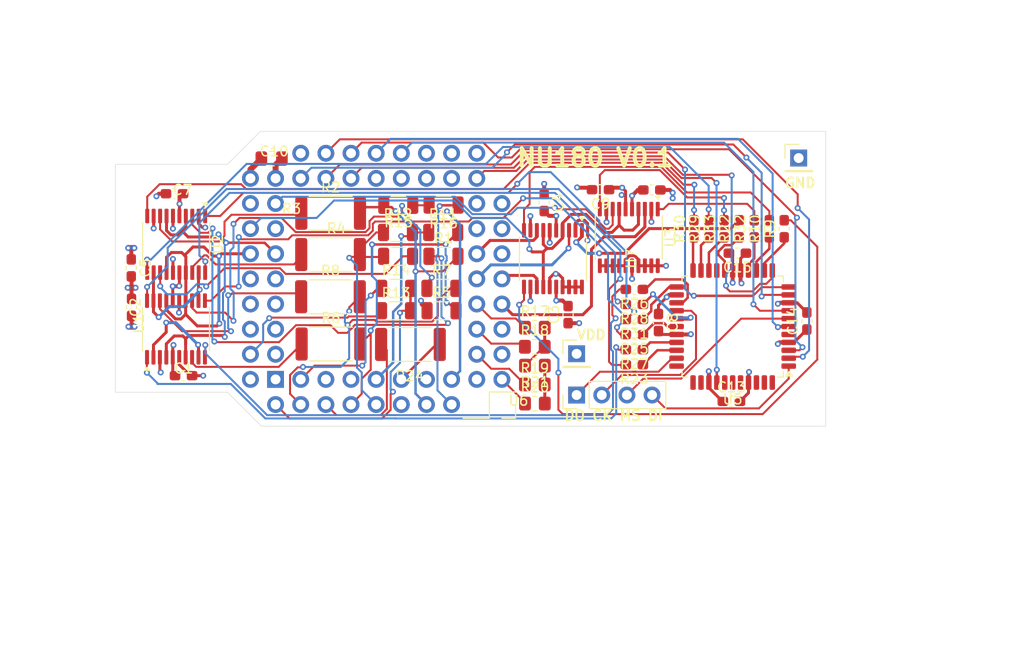
<source format=kicad_pcb>
(kicad_pcb (version 20241229) (generator "pcbnew") (generator_version "9.0")
  (layers (0 "F.Cu" signal) (4 "In1.Cu" power "GND") (6 "In2.Cu" power "VDD") (8 "In3.Cu" signal) (10 "In4.Cu" signal) (2 "B.Cu" signal) (13 "F.Paste" user) (15 "B.Paste" user) (5 "F.SilkS" user "F.Silkscreen") (1 "F.Mask" user) (3 "B.Mask" user) (25 "Edge.Cuts" user))
  (net 0 "")
  (net 1 "Net-(U1-D1)")
  (net 2 "Net-(U1-D2)")
  (net 3 "Net-(U1-D3)")
  (net 4 "Net-(U1-D4)")
  (net 5 "Net-(U2-D1)")
  (net 6 "PIN8")
  (net 7 "Net-(U2-D2)")
  (net 8 "Net-(U2-D3)")
  (net 9 "PIN4")
  (net 10 "Net-(U2-D4)")
  (net 11 "PIN11")
  (net 12 "PIN9")
  (net 13 "PIN2")
  (net 14 "PIN64")
  (net 15 "PIN3")
  (net 16 "PIN10")
  (net 17 "PIN14")
  (net 18 "PIN23-LAD")
  (net 19 "Net-(R17-Pad2)")
  (net 20 "PIN21-LADT1")
  (net 21 "PIN19-LADT2")
  (net 22 "Net-(R19-Pad2)")
  (net 23 "PIN18-LADEXT")
  (net 24 "PIN6")
  (net 25 "S4")
  (net 26 "S6")
  (net 27 "S5")
  (net 28 "S7")
  (net 29 "S11")
  (net 30 "S9")
  (net 31 "S8")
  (net 32 "S10")
  (net 33 "PIN27-RUSN3")
  (net 34 "PIN25-RUSN2")
  (net 35 "S1")
  (net 36 "PIN26-RUSN1")
  (net 37 "S2")
  (net 38 "S0")
  (net 39 "PIN51-ZERO")
  (net 40 "S17")
  (net 41 "S3")
  (net 42 "PIN24-LADSN")
  (net 43 "PIN15")
  (net 44 "PIN16")
  (net 45 "PIN55-SUM2")
  (net 46 "PIN56-SUM1")
  (net 47 "PIN54-SUM3")
  (net 48 "PIN44-RUZ")
  (net 49 "PIN33-XCK20")
  (net 50 "PIN45-RUR")
  (net 51 "PIN42-SLB")
  (net 52 "PIN43-RUS")
  (net 53 "PIN47-ENR")
  (net 54 "PIN46-ENS")
  (net 55 "PIN40-SLA")
  (net 56 "GND2")
  (net 62 "GND")
  (net 63 "VDD")
  (net 65 "TDO")
  (net 66 "TDI")
  (net 67 "TMS")
  (net 68 "TCK")
  (net 69 "X1")
  (net 70 "X2")
  (net 71 "X3")
  (net 72 "X5")
  (net 73 "X4")
  (net 74 "X6")
  (net 75 "AGND2")
  (net 76 "AGND1")
  (net 79 "AGND3")
  (net 80 "Net-(U7-SEL3)")
  (net 81 "Net-(U7-SEL2)")
  (net 82 "Net-(U7-SEL1)")
  (net 83 "Net-(U1-SEL4)")
  (net 84 "Net-(U1-SEL3)")
  (net 85 "Net-(U1-SEL2)")
  (net 86 "Net-(U1-SEL1)")
  (net 87 "Net-(U2-SEL4)")
  (net 88 "Net-(U2-SEL3)")
  (net 89 "Net-(U2-SEL2)")
  (net 90 "Net-(U2-SEL1)")
  (net 91 "Net-(U3-SEL1)")
  (net 97 "Net-(U3-SEL2)")
  (footprint "Resistor_SMD:R_0805_2012Metric_Pad1.20x1.40mm_HandSolder" (layer "F.Cu") (at 95.0745 71.6528)
    (property "Reference" "R20")
    (property "Value" "37.5k")
  )
  (footprint "Capacitor_SMD:C_0603_1608Metric_Pad1.08x0.95mm_HandSolder" (layer "F.Cu") (at 114.1848 53.9897 90)
    (property "Reference" "R33")
    (property "Value" "R")
  )
  (footprint "Resistor_SMD:R_1206_3216Metric" (layer "F.Cu") (at 85.8383 56.7684)
    (property "Reference" "R1")
    (property "Value" "20k")
  )
  (footprint "Resistor_SMD:R_0805_2012Metric_Pad1.20x1.40mm_HandSolder" (layer "F.Cu") (at 95.0651 65.9124)
    (property "Reference" "R18")
    (property "Value" "16.7k")
  )
  (footprint "Capacitor_SMD:C_0603_1608Metric_Pad1.08x0.95mm_HandSolder" (layer "F.Cu") (at 107.5558 63.4624 -90)
    (property "Reference" "C8")
    (property "Value" "0.1u")
  )
  (footprint "Resistor_SMD:R_2512_6332Metric" (layer "F.Cu") (at 74.4244 60.8578)
    (property "Reference" "R8")
    (property "Value" "80k")
  )
  (footprint "Capacitor_SMD:C_0603_1608Metric_Pad1.08x0.95mm_HandSolder" (layer "F.Cu") (at 105.1183 64.6822 180)
    (property "Reference" "R25")
    (property "Value" "R")
  )
  (footprint "Capacitor_SMD:C_0603_1608Metric_Pad1.08x0.95mm_HandSolder" (layer "F.Cu") (at 54.3052 57.9385 -90)
    (property "Reference" "C5")
    (property "Value" "0.1u")
  )
  (footprint "Resistor_SMD:R_2512_6332Metric" (layer "F.Cu") (at 74.443 52.416213)
    (property "Reference" "R2")
    (property "Value" "80k")
  )
  (footprint "Connector_PinHeader_2.54mm:PinHeader_1x04_P2.54mm_Vertical" (layer "F.Cu") (at 99.2886 70.7898 90)
    (property "Reference" "J1" (hide yes))
    (property "Value" "Conn_01x04_Pin" (hide yes))
  )
  (footprint "Resistor_SMD:R_1206_3216Metric" (layer "F.Cu") (at 81.057822 60.0088)
    (property "Reference" "R14")
    (property "Value" "6k")
  )
  (footprint "Capacitor_SMD:C_0603_1608Metric_Pad1.08x0.95mm_HandSolder" (layer "F.Cu") (at 54.3306 61.9263 90)
    (property "Reference" "C2")
    (property "Value" "0.1u")
  )
  (footprint "Capacitor_SMD:C_0603_1608Metric_Pad1.08x0.95mm_HandSolder" (layer "F.Cu") (at 115.7088 53.9897 90)
    (property "Reference" "R22")
    (property "Value" "R")
  )
  (footprint "Resistor_SMD:R_1206_3216Metric" (layer "F.Cu") (at 81.047122 62.2694)
    (property "Reference" "R13")
    (property "Value" "4.14k")
  )
  (footprint "Capacitor_SMD:C_0603_1608Metric_Pad1.08x0.95mm_HandSolder" (layer "F.Cu") (at 118.7568 53.9897 90)
    (property "Reference" "R10")
    (property "Value" "R")
  )
  (footprint "Resistor_SMD:R_1206_3216Metric" (layer "F.Cu") (at 81.277 51.6122 180)
    (property "Reference" "R15")
    (property "Value" "24k")
  )
  (footprint "Resistor_SMD:R_0805_2012Metric_Pad1.20x1.40mm_HandSolder" (layer "F.Cu") (at 95.0651 63.982)
    (property "Reference" "R17")
    (property "Value" "37.5k")
  )
  (footprint "Capacitor_SMD:C_0603_1608Metric_Pad1.08x0.95mm_HandSolder" (layer "F.Cu") (at 122.5418 63.3089 90)
    (property "Reference" "C14")
    (property "Value" "0.1u")
  )
  (footprint "Capacitor_SMD:C_0603_1608Metric_Pad1.08x0.95mm_HandSolder" (layer "F.Cu") (at 59.5884 68.834 180)
    (property "Reference" "C1")
    (property "Value" "0.1u")
  )
  (footprint "AAALIB:U180PINS" (layer "F.Cu") (at 91.7418 71.751013 180)
    (property "Reference" "U6")
    (property "Value" "~" (hide yes))
  )
  (footprint "Resistor_SMD:R_1206_3216Metric" (layer "F.Cu") (at 85.644522 62.2694)
    (property "Reference" "R5")
    (property "Value" "20k")
  )
  (footprint "Package_SO:TSSOP-20_4.4x6.5mm_P0.65mm" (layer "F.Cu") (at 104.558056 54.8605 -90)
    (property "Reference" "U3")
    (property "Value" "ADG734")
  )
  (footprint "Capacitor_SMD:C_0603_1608Metric_Pad1.08x0.95mm_HandSolder" (layer "F.Cu") (at 114.9218 71.4369)
    (property "Reference" "C13")
    (property "Value" "0.1u")
  )
  (footprint "Resistor_SMD:R_2512_6332Metric" (layer "F.Cu") (at 82.5016 65.675013 180)
    (property "Reference" "R24")
    (property "Value" "50k")
  )
  (footprint "Capacitor_SMD:C_0603_1608Metric_Pad1.08x0.95mm_HandSolder" (layer "F.Cu") (at 105.1172 67.7302 180)
    (property "Reference" "R23")
    (property "Value" "R")
  )
  (footprint "Connector_PinHeader_2.54mm:PinHeader_1x01_P2.54mm_Vertical" (layer "F.Cu") (at 99.2886 66.6242)
    (property "Reference" "TP4" (hide yes))
    (property "Value" "TestPoint")
  )
  (footprint "Resistor_SMD:R_0805_2012Metric_Pad1.20x1.40mm_HandSolder" (layer "F.Cu") (at 95.0745 67.8174 180)
    (property "Reference" "R21")
    (property "Value" "37.5k")
  )
  (footprint "Package_QFP:TQFP-44_10x10mm_P0.8mm" (layer "F.Cu") (at 115.0488 63.8677 180)
    (property "Reference" "U5")
    (property "Value" "ATF1502AS-xAx44")
  )
  (footprint "Capacitor_SMD:C_0603_1608Metric_Pad1.08x0.95mm_HandSolder" (layer "F.Cu") (at 106.8832 50.0634 180)
    (property "Reference" "C6" (hide yes))
    (property "Value" "0.1u")
  )
  (footprint "Capacitor_SMD:C_0603_1608Metric_Pad1.08x0.95mm_HandSolder" (layer "F.Cu") (at 101.7027 50.038 180)
    (property "Reference" "C9")
    (property "Value" "0.1u")
  )
  (footprint "Capacitor_SMD:C_0603_1608Metric_Pad1.08x0.95mm_HandSolder" (layer "F.Cu") (at 105.1183 61.6342 180)
    (property "Reference" "R28")
    (property "Value" "R")
  )
  (footprint "Connector_PinHeader_2.54mm:PinHeader_1x01_P2.54mm_Vertical" (layer "F.Cu") (at 121.7168 46.8376)
    (property "Reference" "TP1" (hide yes))
    (property "Value" "TestPoint" (hide yes))
  )
  (footprint "Capacitor_SMD:C_0603_1608Metric_Pad1.08x0.95mm_HandSolder" (layer "F.Cu") (at 105.1183 66.2062 180)
    (property "Reference" "R27")
    (property "Value" "R")
  )
  (footprint "Capacitor_SMD:C_0603_1608Metric_Pad1.08x0.95mm_HandSolder" (layer "F.Cu") (at 115.5303 56.4509 180)
    (property "Reference" "C15")
    (property "Value" "0.1u")
  )
  (footprint "Capacitor_SMD:C_0603_1608Metric_Pad1.08x0.95mm_HandSolder" (layer "F.Cu") (at 120.2556 53.9877 90)
    (property "Reference" "R9")
    (property "Value" "R")
  )
  (footprint "Capacitor_SMD:C_0603_1608Metric_Pad1.08x0.95mm_HandSolder" (layer "F.Cu") (at 117.2328 53.9897 90)
    (property "Reference" "R32")
    (property "Value" "R")
  )
  (footprint "Capacitor_SMD:C_0603_1608Metric_Pad1.08x0.95mm_HandSolder" (layer "F.Cu") (at 112.6608 53.9897 90)
    (property "Reference" "R29")
    (property "Value" "R")
  )
  (footprint "Package_SO:TSSOP-20_4.4x6.5mm_P0.65mm" (layer "F.Cu") (at 96.897 57.0053 -90)
    (property "Reference" "U7")
    (property "Value" "ADG734")
  )
  (footprint "Resistor_SMD:R_2512_6332Metric" (layer "F.Cu") (at 74.4752 65.633)
    (property "Reference" "R6")
    (property "Value" "80k")
  )
  (footprint "Package_SO:TSSOP-20_4.4x6.5mm_P0.65mm" (layer "F.Cu") (at 58.8215 64.1145 90)
    (property "Reference" "U1")
    (property "Value" "ADG734")
  )
  (footprint "Resistor_SMD:R_2512_6332Metric" (layer "F.Cu") (at 74.4337 56.5906)
    (property "Reference" "R4")
    (property "Value" "80k")
  )
  (footprint "Package_SO:TSSOP-20_4.4x6.5mm_P0.65mm" (layer "F.Cu") (at 58.842 55.5559 -90)
    (property "Reference" "U2")
    (property "Value" "ADG734")
  )
  (footprint "Capacitor_SMD:C_0603_1608Metric_Pad1.08x0.95mm_HandSolder" (layer "F.Cu") (at 58.6729 50.4444)
    (property "Reference" "C7")
    (property "Value" "0.1u")
  )
  (footprint "Resistor_SMD:R_0805_2012Metric_Pad1.20x1.40mm_HandSolder" (layer "F.Cu") (at 95.0651 69.7224)
    (property "Reference" "R19")
    (property "Value" "16.7k")
  )
  (footprint "Resistor_SMD:R_1206_3216Metric" (layer "F.Cu") (at 85.8129 54.3554)
    (property "Reference" "R11")
    (property "Value" "10k")
  )
  (footprint "Resistor_SMD:R_1206_3216Metric" (layer "F.Cu") (at 81.2516 56.7684 180)
    (property "Reference" "R3")
    (property "Value" "20k")
  )
  (footprint "Resistor_SMD:R_1206_3216Metric" (layer "F.Cu") (at 85.849 51.5868 180)
    (property "Reference" "R16")
    (property "Value" "10k")
  )
  (footprint "Capacitor_SMD:C_0603_1608Metric_Pad1.08x0.95mm_HandSolder" (layer "F.Cu") (at 105.1183 60.1102 180)
    (property "Reference" "R26")
    (property "Value" "R" (hide yes))
  )
  (footprint "Capacitor_SMD:C_0603_1608Metric_Pad1.08x0.95mm_HandSolder" (layer "F.Cu") (at 96.012 51.3334 -90)
    (property "Reference" "C4")
    (property "Value" "0.1u")
  )
  (footprint "Capacitor_SMD:C_0603_1608Metric_Pad1.08x0.95mm_HandSolder" (layer "F.Cu") (at 98.425 62.6618 90)
    (property "Reference" "C3")
    (property "Value" "0.1u")
  )
  (footprint "Capacitor_SMD:C_0805_2012Metric_Pad1.18x1.45mm_HandSolder" (layer "F.Cu") (at 68.4823 46.8884)
    (property "Reference" "C10")
    (property "Value" "10u")
  )
  (footprint "Resistor_SMD:R_1206_3216Metric" (layer "F.Cu") (at 85.629822 60.0088)
    (property "Reference" "R7")
    (property "Value" "20k")
  )
  (footprint "Capacitor_SMD:C_0603_1608Metric_Pad1.08x0.95mm_HandSolder" (layer "F.Cu") (at 111.1368 53.9897 90)
    (property "Reference" "R30")
    (property "Value" "R")
  )
  (footprint "Capacitor_SMD:C_0603_1608Metric_Pad1.08x0.95mm_HandSolder" (layer "F.Cu") (at 105.1183 63.1582 180)
    (property "Reference" "R31")
    (property "Value" "R" (hide yes))
  )
  (footprint "Resistor_SMD:R_1206_3216Metric" (layer "F.Cu") (at 81.2409 54.3554)
    (property "Reference" "R12")
    (property "Value" "10k")
  )
  (gr_poly (pts (xy 52.6913 70.5098) (xy 64.0197 70.5098) (xy 67.4487 73.9388) (xy 124.4404 73.9388) (xy 124.4404 44.1446) (xy 67.3471 44.1446) (xy 64.0197 47.472) (xy 52.6913 47.472)) (stroke (width 0.05)) (fill no) (layer "Edge.Cuts"))
  (gr_text "DO CK MS DI" (at 97.9424 73.4568 0) (layer "F.SilkS") (effects (font (size 1 1) (thickness 0.2) (bold yes)) (justify left bottom)))
  (gr_text "NU180 V0.1" (at 93.0656 47.8282 0) (layer "F.SilkS") (effects (font (size 1.75 1.75) (thickness 0.4) (bold yes)) (justify left bottom)))
  (gr_text "VDD" (at 99.2124 65.3034 0) (layer "F.SilkS") (effects (font (size 1 1) (thickness 0.2) (bold yes)) (justify left bottom)))
  (gr_text "GND" (at 120.2182 49.9364 0) (layer "F.SilkS") (effects (font (size 1 1) (thickness 0.2) (bold yes)) (justify left bottom)))
  (segment (start 83.5708 61.658178) (end 84.182022 62.2694) (width 0.25) (layer "F.Cu") (net 1))
  (segment (start 57.1965 66.977) (end 57.1965 68.4233) (width 0.3) (layer "F.Cu") (net 1))
  (segment (start 57.1965 68.4233) (end 57.277 68.5038) (width 0.3) (layer "F.Cu") (net 1))
  (segment (start 83.5708 61.253424) (end 83.5708 61.658178) (width 0.25) (layer "F.Cu") (net 1))
  (via (at 57.277 68.5038) (size 0.6) (drill 0.3) (layers "F.Cu" "B.Cu") (net 1))
  (via (at 83.5708 61.253424) (size 0.6) (drill 0.3) (layers "F.Cu" "B.Cu") (net 1))
  (segment (start 60.4465 66.977) (end 60.4465 67.2283) (width 0.2) (layer "F.Cu") (net 2))
  (segment (start 60.452 67.2338) (end 60.452 67.536634) (width 0.2) (layer "F.Cu") (net 2))
  (segment (start 60.452 67.536634) (end 60.860366 67.945) (width 0.2) (layer "F.Cu") (net 2))
  (segment (start 60.860366 67.945) (end 69.2007 67.945) (width 0.2) (layer "F.Cu") (net 2))
  (segment (start 60.4465 67.2283) (end 60.452 67.2338) (width 0.2) (layer "F.Cu") (net 2))
  (segment (start 69.2007 67.945) (end 71.5127 65.633) (width 0.2) (layer "F.Cu") (net 2))
  (segment (start 60.915601 62.4586) (end 60.4465 61.989499) (width 0.2) (layer "F.Cu") (net 3))
  (segment (start 81.2806 52.7552) (end 81.661 52.3748) (width 0.2) (layer "F.Cu") (net 3))
  (segment (start 77.972922 54.319213) (end 78.3739 53.918235) (width 0.2) (layer "F.Cu") (net 3))
  (segment (start 81.661 52.3748) (end 81.661 51.6636) (width 0.2) (layer "F.Cu") (net 3))
  (segment (start 78.3739 53.918235) (end 78.3739 53.203952) (width 0.2) (layer "F.Cu") (net 3))
  (segment (start 84.167322 59.414315) (end 84.659131 58.922506) (width 0.2) (layer "F.Cu") (net 3))
  (segment (start 63.7917 62.4586) (end 60.915601 62.4586) (width 0.2) (layer "F.Cu") (net 3))
  (segment (start 84.167322 60.0088) (end 84.167322 59.414315) (width 0.2) (layer "F.Cu") (net 3))
  (segment (start 60.4465 61.989499) (end 60.4465 61.252) (width 0.2) (layer "F.Cu") (net 3))
  (segment (start 70.913078 54.319213) (end 77.972922 54.319213) (width 0.2) (layer "F.Cu") (net 3))
  (segment (start 64.6229 63.2898) (end 63.7917 62.4586) (width 0.2) (layer "F.Cu") (net 3))
  (segment (start 78.3739 53.203952) (end 78.822652 52.7552) (width 0.2) (layer "F.Cu") (net 3))
  (segment (start 69.487878 52.894013) (end 70.913078 54.319213) (width 0.2) (layer "F.Cu") (net 3))
  (segment (start 78.822652 52.7552) (end 81.2806 52.7552) (width 0.2) (layer "F.Cu") (net 3))
  (segment (start 65.227087 52.894013) (end 69.487878 52.894013) (width 0.2) (layer "F.Cu") (net 3))
  (segment (start 64.6293 53.4918) (end 65.227087 52.894013) (width 0.2) (layer "F.Cu") (net 3))
  (via (at 64.6229 63.2898) (size 0.6) (drill 0.3) (layers "F.Cu" "B.Cu") (net 3))
  (via (at 64.6293 53.4918) (size 0.6) (drill 0.3) (layers "F.Cu" "B.Cu") (net 3))
  (via (at 81.661 51.6636) (size 0.6) (drill 0.3) (layers "F.Cu" "B.Cu") (net 3))
  (via (at 84.659131 58.922506) (size 0.6) (drill 0.3) (layers "F.Cu" "B.Cu") (net 3))
  (segment (start 83.5015 54.102) (end 81.5848 52.1853) (width 0.2) (layer "B.Cu") (net 3))
  (segment (start 81.5848 52.1853) (end 81.5848 51.7398) (width 0.2) (layer "B.Cu") (net 3))
  (segment (start 64.6229 63.2898) (end 64.6483 63.2644) (width 0.2) (layer "B.Cu") (net 3))
  (segment (start 64.3128 56.1848) (end 64.6293 55.8683) (width 0.2) (layer "B.Cu") (net 3))
  (segment (start 64.6293 55.8683) (end 64.6293 53.4918) (width 0.2) (layer "B.Cu") (net 3))
  (segment (start 64.6483 63.2644) (end 64.6483 60.3811) (width 0.2) (layer "B.Cu") (net 3))
  (segment (start 84.659131 58.922506) (end 83.5015 57.764875) (width 0.2) (layer "B.Cu") (net 3))
  (segment (start 64.6483 60.3811) (end 64.3128 60.0456) (width 0.2) (layer "B.Cu") (net 3))
  (segment (start 81.5848 51.7398) (end 81.661 51.6636) (width 0.2) (layer "B.Cu") (net 3))
  (segment (start 83.5015 57.764875) (end 83.5015 54.102) (width 0.2) (layer "B.Cu") (net 3))
  (segment (start 64.3128 60.0456) (end 64.3128 56.1848) (width 0.2) (layer "B.Cu") (net 3))
  (segment (start 64.1721 60.8324) (end 64.0959 60.7562) (width 0.2) (layer "F.Cu") (net 4))
  (segment (start 64.3753 64.3376) (end 64.322 64.3909) (width 0.2) (layer "F.Cu") (net 4))
  (segment (start 64.0959 60.7562) (end 64.0959 60.7054) (width 0.2) (layer "F.Cu") (net 4))
  (segment (start 64.3753 64.3376) (end 59.445505 64.3376) (width 0.2) (layer "F.Cu") (net 4))
  (segment (start 71.117113 60.513013) (end 64.491487 60.513013) (width 0.2) (layer "F.Cu") (net 4))
  (segment (start 64.491487 60.513013) (end 64.1721 60.8324) (width 0.2) (layer "F.Cu") (net 4))
  (segment (start 71.4619 60.8578) (end 71.117113 60.513013) (width 0.2) (layer "F.Cu") (net 4))
  (segment (start 59.445505 64.3376) (end 57.1965 62.088595) (width 0.2) (layer "F.Cu") (net 4))
  (segment (start 57.1965 62.088595) (end 57.1965 61.252) (width 0.2) (layer "F.Cu") (net 4))
  (via (at 64.3753 64.3376) (size 0.6) (drill 0.3) (layers "F.Cu" "B.Cu") (net 4))
  (via (at 64.0959 60.7054) (size 0.6) (drill 0.3) (layers "F.Cu" "B.Cu") (net 4))
  (segment (start 64.0959 64.0582) (end 64.0959 60.7054) (width 0.2) (layer "B.Cu") (net 4))
  (segment (start 64.4261 64.3884) (end 64.3753 64.3376) (width 0.2) (layer "B.Cu") (net 4))
  (segment (start 64.3753 64.3376) (end 64.0959 64.0582) (width 0.2) (layer "B.Cu") (net 4))
  (segment (start 62.493181 54.045855) (end 62.493181 53.976919) (width 0.2) (layer "F.Cu") (net 5))
  (segment (start 84.3758 56.7684) (end 85.4319 56.7684) (width 0.2) (layer "F.Cu") (net 5))
  (segment (start 61.278395 54.3859) (end 60.467 53.574505) (width 0.2) (layer "F.Cu") (net 5))
  (segment (start 69.229378 65.4459) (end 70.945278 63.73) (width 0.2) (layer "F.Cu") (net 5))
  (segment (start 76.682516 63.935844) (end 76.682516 63.917762) (width 0.2) (layer "F.Cu") (net 5))
  (segment (start 85.4319 56.7684) (end 85.6351 56.9716) (width 0.2) (layer "F.Cu") (net 5))
  (segment (start 62.493181 53.976919) (end 62.5211 53.949) (width 0.2) (layer "F.Cu") (net 5))
  (segment (start 62.7658 65.4459) (end 69.229378 65.4459) (width 0.2) (layer "F.Cu") (net 5))
  (segment (start 62.5211 53.949) (end 62.0842 54.3859) (width 0.2) (layer "F.Cu") (net 5))
  (segment (start 76.682516 63.917762) (end 76.899878 63.7004) (width 0.2) (layer "F.Cu") (net 5))
  (segment (start 74.41846 63.73) (end 75.191923 64.503463) (width 0.2) (layer "F.Cu") (net 5))
  (segment (start 76.899878 63.7004) (end 86.1199 63.7004) (width 0.2) (layer "F.Cu") (net 5))
  (segment (start 70.945278 63.73) (end 74.41846 63.73) (width 0.2) (layer "F.Cu") (net 5))
  (segment (start 60.467 53.574505) (end 60.467 52.6934) (width 0.2) (layer "F.Cu") (net 5))
  (segment (start 86.1199 63.7004) (end 86.2955 63.5248) (width 0.2) (layer "F.Cu") (net 5))
  (segment (start 75.191923 64.503463) (end 76.114897 64.503463) (width 0.2) (layer "F.Cu") (net 5))
  (segment (start 76.114897 64.503463) (end 76.682516 63.935844) (width 0.2) (layer "F.Cu") (net 5))
  (segment (start 62.7173 65.3606) (end 62.6989 65.379) (width 0.2) (layer "F.Cu") (net 5))
  (segment (start 62.6989 65.379) (end 62.7658 65.4459) (width 0.2) (layer "F.Cu") (net 5))
  (segment (start 62.0842 54.3859) (end 61.278395 54.3859) (width 0.2) (layer "F.Cu") (net 5))
  (via (at 85.6351 56.9716) (size 0.6) (drill 0.3) (layers "F.Cu" "B.Cu") (net 5))
  (via (at 62.5211 53.949) (size 0.6) (drill 0.3) (layers "F.Cu" "B.Cu") (net 5))
  (via (at 62.6989 65.379) (size 0.6) (drill 0.3) (layers "F.Cu" "B.Cu") (net 5))
  (via (at 86.2955 63.5248) (size 0.6) (drill 0.3) (layers "F.Cu" "B.Cu") (net 5))
  (segment (start 85.6351 62.8644) (end 86.2955 63.5248) (width 0.2) (layer "B.Cu") (net 5))
  (segment (start 85.6351 56.9716) (end 85.6351 62.8644) (width 0.2) (layer "B.Cu") (net 5))
  (segment (start 62.499166 53.970934) (end 62.499166 65.179266) (width 0.2) (layer "B.Cu") (net 5))
  (segment (start 62.5211 53.949) (end 62.499166 53.970934) (width 0.2) (layer "B.Cu") (net 5))
  (segment (start 62.499166 65.179266) (end 62.6989 65.379) (width 0.2) (layer "B.Cu") (net 5))
  (segment (start 77.5798 65.7751) (end 77.4377 65.633) (width 0.2) (layer "F.Cu") (net 6))
  (segment (start 87.107022 62.2694) (end 86.302486 61.464864) (width 0.2) (layer "F.Cu") (net 6))
  (segment (start 86.0562 55.5746) (end 78.6247 55.5746) (width 0.25) (layer "F.Cu") (net 6))
  (segment (start 87.2754 54.3554) (end 86.0562 55.5746) (width 0.25) (layer "F.Cu") (net 6))
  (segment (start 78.4913 68.23699) (end 77.5798 69.14849) (width 0.2) (layer "F.Cu") (net 6))
  (segment (start 77.5798 69.14849) (end 77.5798 70.673013) (width 0.2) (layer "F.Cu") (net 6))
  (segment (start 78.4913 64.5794) (end 78.4913 64.269268) (width 0.2) (layer "F.Cu") (net 6))
  (segment (start 77.5798 70.673013) (end 76.5018 71.751013) (width 0.2) (layer "F.Cu") (net 6))
  (segment (start 77.4377 65.633) (end 78.4913 64.5794) (width 0.2) (layer "F.Cu") (net 6))
  (segment (start 86.302486 61.464864) (end 86.1621 61.464864) (width 0.2) (layer "F.Cu") (net 6))
  (segment (start 78.4913 64.269268) (end 78.4913 68.23699) (width 0.2) (layer "F.Cu") (net 6))
  (via (at 86.1621 61.464864) (size 0.6) (drill 0.3) (layers "F.Cu" "B.Cu") (net 6))
  (via (at 78.6247 55.5746) (size 0.6) (drill 0.3) (layers "F.Cu" "B.Cu") (net 6))
  (via (at 78.4913 64.269268) (size 0.6) (drill 0.3) (layers "F.Cu" "B.Cu") (net 6))
  (via (at 86.0562 55.5746) (size 0.6) (drill 0.3) (layers "F.Cu" "B.Cu") (net 6))
  (segment (start 86.152522 61.460459) (end 86.156927 61.464864) (width 0.2) (layer "B.Cu") (net 6))
  (segment (start 79.1073 59.242396) (end 79.1073 63.5502) (width 0.2) (layer "B.Cu") (net 6))
  (segment (start 86.1621 56.753309) (end 86.1621 57.189891) (width 0.2) (layer "B.Cu") (net 6))
  (segment (start 86.152522 61.4165) (end 86.152522 61.460459) (width 0.2) (layer "B.Cu") (net 6))
  (segment (start 78.4913 64.1662) (end 79.1073 63.5502) (width 0.2) (layer "B.Cu") (net 6))
  (segment (start 78.6247 55.5746) (end 78.6247 58.759796) (width 0.25) (layer "B.Cu") (net 6))
  (segment (start 78.4913 64.269268) (end 78.4913 64.1662) (width 0.2) (layer "B.Cu") (net 6))
  (segment (start 79.1073 59.242396) (end 78.6247 58.759796) (width 0.2) (layer "B.Cu") (net 6))
  (segment (start 86.0562 56.647409) (end 86.1621 56.753309) (width 0.2) (layer "B.Cu") (net 6))
  (segment (start 86.1621 57.189891) (end 86.0562 57.295791) (width 0.2) (layer "B.Cu") (net 6))
  (segment (start 86.156927 61.464864) (end 86.1621 61.464864) (width 0.2) (layer "B.Cu") (net 6))
  (segment (start 86.0562 57.295791) (end 86.0562 61.7321) (width 0.2) (layer "B.Cu") (net 6))
  (segment (start 86.0562 55.5746) (end 86.0562 56.647409) (width 0.2) (layer "B.Cu") (net 6))
  (segment (start 63.1444 55.2704) (end 63.721166 54.693634) (width 0.2) (layer "F.Cu") (net 7))
  (segment (start 63.721166 53.272416) (end 64.427569 52.566013) (width 0.2) (layer "F.Cu") (net 7))
  (segment (start 63.721166 54.693634) (end 63.721166 53.272416) (width 0.2) (layer "F.Cu") (net 7))
  (segment (start 71.4805 52.416213) (end 71.3627 52.534013) (width 0.25) (layer "F.Cu") (net 7))
  (segment (start 57.217 52.6934) (end 57.217 54.049372) (width 0.2) (layer "F.Cu") (net 7))
  (segment (start 64.427569 52.566013) (end 71.3307 52.566013) (width 0.2) (layer "F.Cu") (net 7))
  (segment (start 71.3307 52.566013) (end 71.4805 52.416213) (width 0.2) (layer "F.Cu") (net 7))
  (segment (start 58.438028 55.2704) (end 63.1444 55.2704) (width 0.2) (layer "F.Cu") (net 7))
  (segment (start 57.217 54.049372) (end 58.438028 55.2704) (width 0.2) (layer "F.Cu") (net 7))
  (segment (start 81.752341 56.7684) (end 82.7141 56.7684) (width 0.2) (layer "F.Cu") (net 8))
  (segment (start 69.328323 57.973013) (end 69.90171 58.5464) (width 0.2) (layer "F.Cu") (net 8))
  (segment (start 64.008 57.973013) (end 69.328323 57.973013) (width 0.2) (layer "F.Cu") (net 8))
  (segment (start 57.2262 59.7916) (end 57.2262 58.4276) (width 0.2) (layer "F.Cu") (net 8))
  (segment (start 57.2262 58.4276) (end 57.217 58.4184) (width 0.2) (layer "F.Cu") (net 8))
  (segment (start 63.718387 57.973013) (end 64.008 57.973013) (width 0.2) (layer "F.Cu") (net 8))
  (segment (start 69.90171 58.5464) (end 79.97434 58.5464) (width 0.2) (layer "F.Cu") (net 8))
  (segment (start 79.97434 58.5464) (end 81.752341 56.7684) (width 0.2) (layer "F.Cu") (net 8))
  (segment (start 61.8744 59.817) (end 63.718387 57.973013) (width 0.2) (layer "F.Cu") (net 8))
  (via (at 61.8744 59.817) (size 0.6) (drill 0.3) (layers "F.Cu" "B.Cu") (net 8))
  (via (at 57.2262 59.7916) (size 0.6) (drill 0.3) (layers "F.Cu" "B.Cu") (net 8))
  (segment (start 59.8932 60.6044) (end 57.9374 60.6044) (width 0.2) (layer "B.Cu") (net 8))
  (segment (start 60.9092 59.5884) (end 59.8932 60.6044) (width 0.2) (layer "B.Cu") (net 8))
  (segment (start 61.6458 59.5884) (end 60.9092 59.5884) (width 0.2) (layer "B.Cu") (net 8))
  (segment (start 57.2262 59.8932) (end 57.2262 59.7916) (width 0.2) (layer "B.Cu") (net 8))
  (segment (start 61.8744 59.817) (end 61.6458 59.5884) (width 0.2) (layer "B.Cu") (net 8))
  (segment (start 57.9374 60.6044) (end 57.2262 59.8932) (width 0.2) (layer "B.Cu") (net 8))
  (segment (start 87.092322 60.0088) (end 86.529822 60.0088) (width 0.2) (layer "F.Cu") (net 9))
  (segment (start 76.321294 61.923406) (end 76.321294 62.318412) (width 0.2) (layer "F.Cu") (net 9))
  (segment (start 78.8926 63.1978) (end 76.673855 63.1978) (width 0.2) (layer "F.Cu") (net 9))
  (segment (start 85.2795 62.792344) (end 84.699444 63.3724) (width 0.2) (layer "F.Cu") (net 9))
  (segment (start 70.3438 68.76449) (end 71.11309 67.9952) (width 0.2) (layer "F.Cu") (net 9))
  (segment (start 79.0672 63.3724) (end 78.8926 63.1978) (width 0.2) (layer "F.Cu") (net 9))
  (segment (start 71.11309 67.9952) (end 71.6397 67.9952) (width 0.2) (layer "F.Cu") (net 9))
  (segment (start 86.529822 60.0088) (end 85.2795 61.259122) (width 0.2) (layer "F.Cu") (net 9))
  (segment (start 77.3869 60.8578) (end 76.321294 61.923406) (width 0.2) (layer "F.Cu") (net 9))
  (segment (start 71.4218 71.751013) (end 70.3438 70.673013) (width 0.2) (layer "F.Cu") (net 9))
  (segment (start 76.673855 63.1978) (end 76.154516 63.717139) (width 0.2) (layer "F.Cu") (net 9))
  (segment (start 70.3438 70.673013) (end 70.3438 68.76449) (width 0.2) (layer "F.Cu") (net 9))
  (segment (start 85.2795 61.259122) (end 85.2795 62.792344) (width 0.2) (layer "F.Cu") (net 9))
  (segment (start 84.699444 63.3724) (end 79.0672 63.3724) (width 0.2) (layer "F.Cu") (net 9))
  (via (at 71.647077 67.954038) (size 0.6) (drill 0.3) (layers "F.Cu" "B.Cu") (net 9))
  (via (at 76.154516 63.717139) (size 0.6) (drill 0.3) (layers "F.Cu" "B.Cu") (net 9))
  (via (at 76.321294 62.318412) (size 0.6) (drill 0.3) (layers "F.Cu" "B.Cu") (net 9))
  (segment (start 71.647077 67.954038) (end 75.465462 67.954038) (width 0.2) (layer "B.Cu") (net 9))
  (segment (start 75.879022 62.760684) (end 75.879022 63.441645) (width 0.2) (layer "B.Cu") (net 9))
  (segment (start 76.321294 62.318412) (end 75.879022 62.760684) (width 0.2) (layer "B.Cu") (net 9))
  (segment (start 76.3133 67.1062) (end 76.3133 63.875923) (width 0.2) (layer "B.Cu") (net 9))
  (segment (start 75.465462 67.954038) (end 76.3133 67.1062) (width 0.2) (layer "B.Cu") (net 9))
  (segment (start 75.879022 63.441645) (end 76.154516 63.717139) (width 0.2) (layer "B.Cu") (net 9))
  (segment (start 76.3133 63.875923) (end 76.154516 63.717139) (width 0.2) (layer "B.Cu") (net 9))
  (segment (start 61.656653 56.674613) (end 61.917118 56.674613) (width 0.2) (layer "F.Cu") (net 10))
  (segment (start 61.917118 56.674613) (end 62.831518 57.589013) (width 0.2) (layer "F.Cu") (net 10))
  (segment (start 60.467 57.864266) (end 61.656653 56.674613) (width 0.2) (layer "F.Cu") (net 10))
  (segment (start 70.7273 57.589013) (end 71.4805 56.835813) (width 0.2) (layer "F.Cu") (net 10))
  (segment (start 60.467 58.4184) (end 60.467 57.864266) (width 0.2) (layer "F.Cu") (net 10))
  (segment (start 62.831518 57.589013) (end 70.7273 57.589013) (width 0.2) (layer "F.Cu") (net 10))
  (segment (start 85.1178 65.675013) (end 85.4641 65.675013) (width 0.25) (layer "F.Cu") (net 11))
  (segment (start 81.5818 69.211013) (end 85.1178 65.675013) (width 0.25) (layer "F.Cu") (net 11))
  (segment (start 82.3224 54.7364) (end 82.7034 54.3554) (width 0.2) (layer "F.Cu") (net 12))
  (segment (start 81.5711 54.7364) (end 82.3224 54.7364) (width 0.2) (layer "F.Cu") (net 12))
  (segment (start 82.7034 54.3554) (end 84.3504 54.3554) (width 0.2) (layer "F.Cu") (net 12))
  (via (at 81.5711 54.7364) (size 0.6) (drill 0.3) (layers "F.Cu" "B.Cu") (net 12))
  (segment (start 81.5711 61.575754) (end 81.5711 54.7364) (width 0.25) (layer "B.Cu") (net 12))
  (segment (start 79.0418 69.211013) (end 80.7583 67.494513) (width 0.25) (layer "B.Cu") (net 12))
  (segment (start 80.7583 67.494513) (end 80.7583 62.388554) (width 0.25) (layer "B.Cu") (net 12))
  (segment (start 80.7583 62.388554) (end 81.5711 61.575754) (width 0.25) (layer "B.Cu") (net 12))
  (segment (start 70.2888 73.158013) (end 79.634087 73.158013) (width 0.2) (layer "F.Cu") (net 13))
  (segment (start 80.5038 72.2883) (end 80.5038 70.6881) (width 0.2) (layer "F.Cu") (net 13))
  (segment (start 79.634087 73.158013) (end 80.5038 72.2883) (width 0.2) (layer "F.Cu") (net 13))
  (segment (start 80.5038 70.6881) (end 80.7329 70.459) (width 0.2) (layer "F.Cu") (net 13))
  (segment (start 82.509622 62.2694) (end 82.509622 60.0195) (width 0.25) (layer "F.Cu") (net 13))
  (segment (start 81.6581 62.2694) (end 81.4441 62.4834) (width 0.2) (layer "F.Cu") (net 13))
  (segment (start 68.8818 71.751013) (end 70.2888 73.158013) (width 0.2) (layer "F.Cu") (net 13))
  (segment (start 82.509622 62.2694) (end 81.6581 62.2694) (width 0.2) (layer "F.Cu") (net 13))
  (segment (start 82.509622 60.0195) (end 82.520322 60.0088) (width 0.25) (layer "F.Cu") (net 13))
  (via (at 81.4441 62.4834) (size 0.6) (drill 0.3) (layers "F.Cu" "B.Cu") (net 13))
  (via (at 80.7329 70.459) (size 0.6) (drill 0.3) (layers "F.Cu" "B.Cu") (net 13))
  (segment (start 80.7329 70.459) (end 80.5038 70.2299) (width 0.2) (layer "B.Cu") (net 13))
  (segment (start 80.5038 68.4783) (end 81.4441 67.538) (width 0.2) (layer "B.Cu") (net 13))
  (segment (start 81.4441 67.538) (end 81.4441 62.4834) (width 0.2) (layer "B.Cu") (net 13))
  (segment (start 80.5038 70.2299) (end 80.5038 68.4783) (width 0.2) (layer "B.Cu") (net 13))
  (segment (start 79.584622 62.2694) (end 79.00861 62.845412) (width 0.2) (layer "F.Cu") (net 14))
  (segment (start 79.00861 62.845412) (end 76.264284 62.845412) (width 0.2) (layer "F.Cu") (net 14))
  (segment (start 76.264284 62.845412) (end 76.143695 62.966) (width 0.2) (layer "F.Cu") (net 14))
  (segment (start 76.143695 62.966) (end 68.30369 62.966) (width 0.2) (layer "F.Cu") (net 14))
  (segment (start 68.30369 62.966) (end 68.24635 63.02334) (width 0.2) (layer "F.Cu") (net 14))
  (via (at 68.24635 63.02334) (size 0.6) (drill 0.3) (layers "F.Cu" "B.Cu") (net 14))
  (segment (start 67.6265 65.386313) (end 67.6265 63.64319) (width 0.2) (layer "B.Cu") (net 14))
  (segment (start 66.3418 66.671013) (end 67.6265 65.386313) (width 0.2) (layer "B.Cu") (net 14))
  (segment (start 67.6265 63.64319) (end 68.24635 63.02334) (width 0.2) (layer "B.Cu") (net 14))
  (segment (start 77.6341 67.8174) (end 72.815413 67.8174) (width 0.2) (layer "F.Cu") (net 15))
  (segment (start 72.815413 67.8174) (end 71.4218 69.211013) (width 0.2) (layer "F.Cu") (net 15))
  (segment (start 79.2197 60.0088) (end 78.4977 60.7308) (width 0.25) (layer "F.Cu") (net 15))
  (segment (start 78.594022 60.634478) (end 78.4977 60.7308) (width 0.2) (layer "F.Cu") (net 15))
  (segment (start 79.595322 60.0088) (end 79.2197 60.0088) (width 0.25) (layer "F.Cu") (net 15))
  (via (at 77.6341 67.8174) (size 0.6) (drill 0.3) (layers "F.Cu" "B.Cu") (net 15))
  (via (at 78.4977 60.7308) (size 0.6) (drill 0.3) (layers "F.Cu" "B.Cu") (net 15))
  (segment (start 77.9643 61.2642) (end 77.9643 67.4872) (width 0.2) (layer "B.Cu") (net 15))
  (segment (start 77.9643 67.4872) (end 77.6341 67.8174) (width 0.2) (layer "B.Cu") (net 15))
  (segment (start 78.4977 60.7308) (end 77.9643 61.2642) (width 0.2) (layer "B.Cu") (net 15))
  (segment (start 77.4055 56.835813) (end 77.4055 56.0064) (width 0.2) (layer "F.Cu") (net 16))
  (segment (start 79.7891 56.7684) (end 79.721687 56.835813) (width 0.2) (layer "F.Cu") (net 16))
  (segment (start 76.421885 56.826515) (end 76.327 56.9214) (width 0.2) (layer "F.Cu") (net 16))
  (segment (start 79.0565 54.3554) (end 79.7784 54.3554) (width 0.2) (layer "F.Cu") (net 16))
  (segment (start 79.721687 56.835813) (end 77.4055 56.835813) (width 0.2) (layer "F.Cu") (net 16))
  (segment (start 77.396202 56.826515) (end 76.421885 56.826515) (width 0.2) (layer "F.Cu") (net 16))
  (segment (start 77.4055 56.835813) (end 77.396202 56.826515) (width 0.2) (layer "F.Cu") (net 16))
  (segment (start 77.4055 56.0064) (end 79.0565 54.3554) (width 0.2) (layer "F.Cu") (net 16))
  (via (at 76.327 56.9214) (size 0.6) (drill 0.3) (layers "F.Cu" "B.Cu") (net 16))
  (segment (start 77.5865 68.515091) (end 77.1071 68.035691) (width 0.2) (layer "B.Cu") (net 16))
  (segment (start 79.0418 71.751013) (end 77.5865 70.295713) (width 0.2) (layer "B.Cu") (net 16))
  (segment (start 77.5865 70.295713) (end 77.5865 68.515091) (width 0.2) (layer "B.Cu") (net 16))
  (segment (start 77.1071 57.7015) (end 76.327 56.9214) (width 0.2) (layer "B.Cu") (net 16))
  (segment (start 77.1071 68.035691) (end 77.1071 57.7015) (width 0.2) (layer "B.Cu") (net 16))
  (segment (start 87.3008 56.7684) (end 85.7768 58.2924) (width 0.2) (layer "F.Cu") (net 17))
  (segment (start 78.018 51.803713) (end 80.601534 51.803713) (width 0.25) (layer "F.Cu") (net 17))
  (segment (start 85.7768 58.2924) (end 83.0188 58.2924) (width 0.2) (layer "F.Cu") (net 17))
  (segment (start 80.601534 51.803713) (end 81.001021 52.2032) (width 0.25) (layer "F.Cu") (net 17))
  (segment (start 77.4055 52.416213) (end 78.018 51.803713) (width 0.25) (layer "F.Cu") (net 17))
  (via (at 81.001021 52.2032) (size 0.6) (drill 0.3) (layers "F.Cu" "B.Cu") (net 17))
  (via (at 83.0188 58.2924) (size 0.6) (drill 0.3) (layers "F.Cu" "B.Cu") (net 17))
  (segment (start 83.0188 58.2924) (end 83.0188 54.2791) (width 0.25) (layer "B.Cu") (net 17))
  (segment (start 83.0188 70.648013) (end 83.0188 58.2924) (width 0.25) (layer "B.Cu") (net 17))
  (segment (start 83.0188 54.2791) (end 81.001021 52.261321) (width 0.25) (layer "B.Cu") (net 17))
  (segment (start 84.1218 71.751013) (end 83.0188 70.648013) (width 0.25) (layer "B.Cu") (net 17))
  (segment (start 81.001021 52.261321) (end 81.001021 52.2032) (width 0.25) (layer "B.Cu") (net 17))
  (segment (start 93.136113 63.053013) (end 90.6638 63.053013) (width 0.2) (layer "F.Cu") (net 18))
  (segment (start 90.6638 63.053013) (end 89.2018 61.591013) (width 0.2) (layer "F.Cu") (net 18))
  (segment (start 94.0651 63.982) (end 93.136113 63.053013) (width 0.2) (layer "F.Cu") (net 18))
  (segment (start 96.0651 65.9124) (end 95.9795 65.9124) (width 0.2) (layer "F.Cu") (net 19))
  (segment (start 96.0651 65.9124) (end 96.0651 63.982) (width 0.3) (layer "F.Cu") (net 19))
  (segment (start 95.9795 65.9124) (end 94.0745 67.8174) (width 0.2) (layer "F.Cu") (net 19))
  (segment (start 94.0745 67.8174) (end 94.1601 67.8174) (width 0.3) (layer "F.Cu") (net 19))
  (segment (start 90.6638 65.593013) (end 89.2018 64.131013) (width 0.2) (layer "F.Cu") (net 20))
  (segment (start 94.0651 65.9124) (end 93.745713 65.593013) (width 0.2) (layer "F.Cu") (net 20))
  (segment (start 93.745713 65.593013) (end 90.6638 65.593013) (width 0.2) (layer "F.Cu") (net 20))
  (segment (start 92.475713 68.133013) (end 90.6638 68.133013) (width 0.2) (layer "F.Cu") (net 21))
  (segment (start 90.6638 68.133013) (end 89.2018 66.671013) (width 0.2) (layer "F.Cu") (net 21))
  (segment (start 94.0651 69.7224) (end 92.475713 68.133013) (width 0.2) (layer "F.Cu") (net 21))
  (segment (start 96.0745 71.6528) (end 96.0745 67.8174) (width 0.3) (layer "F.Cu") (net 22))
  (segment (start 91.789213 69.1636) (end 91.7418 69.211013) (width 0.3) (layer "F.Cu") (net 23))
  (segment (start 94.0745 71.543713) (end 91.7418 69.211013) (width 0.2) (layer "F.Cu") (net 23))
  (segment (start 94.0745 71.6528) (end 94.0745 71.543713) (width 0.2) (layer "F.Cu") (net 23))
  (segment (start 79.488323 72.829013) (end 80.1198 72.197536) (width 0.2) (layer "F.Cu") (net 24))
  (segment (start 80.1198 66.255713) (end 79.5391 65.675013) (width 0.2) (layer "F.Cu") (net 24))
  (segment (start 73.9618 71.751013) (end 75.0398 72.829013) (width 0.2) (layer "F.Cu") (net 24))
  (segment (start 75.0398 72.829013) (end 79.488323 72.829013) (width 0.2) (layer "F.Cu") (net 24))
  (segment (start 80.1198 72.197536) (end 80.1198 66.255713) (width 0.2) (layer "F.Cu") (net 24))
  (segment (start 106.8278 62.3112) (end 105.9808 63.1582) (width 0.25) (layer "F.Cu") (net 25))
  (segment (start 106.8278 61.673139) (end 106.8278 62.3112) (width 0.25) (layer "F.Cu") (net 25))
  (segment (start 108.633239 59.8677) (end 106.8278 61.673139) (width 0.25) (layer "F.Cu") (net 25))
  (segment (start 109.3863 59.8677) (end 108.633239 59.8677) (width 0.25) (layer "F.Cu") (net 25))
  (segment (start 111.8488 55.6642) (end 112.6608 54.8522) (width 0.25) (layer "F.Cu") (net 26))
  (segment (start 111.8488 58.2052) (end 111.8488 55.6642) (width 0.25) (layer "F.Cu") (net 26))
  (segment (start 111.0488 58.2052) (end 111.0488 54.9402) (width 0.25) (layer "F.Cu") (net 27))
  (segment (start 111.0488 54.9402) (end 111.1368 54.8522) (width 0.25) (layer "F.Cu") (net 27))
  (segment (start 110.7033 63.0677) (end 110.8053 62.9657) (width 0.4) (layer "F.Cu") (net 28))
  (segment (start 106.9987 60.6041) (end 106.9987 60.6163) (width 0.25) (layer "F.Cu") (net 28))
  (segment (start 109.3863 63.0677) (end 110.7033 63.0677) (width 0.4) (layer "F.Cu") (net 28))
  (segment (start 105.9808 61.6342) (end 105.9808 61.3802) (width 0.25) (layer "F.Cu") (net 28))
  (segment (start 106.9987 60.6163) (end 105.9808 61.6342) (width 0.25) (layer "F.Cu") (net 28))
  (via (at 106.9987 60.6041) (size 0.6) (drill 0.3) (layers "F.Cu" "B.Cu") (net 28))
  (via (at 110.8053 62.9657) (size 0.6) (drill 0.3) (layers "F.Cu" "B.Cu") (net 28))
  (segment (start 109.3603 62.9657) (end 106.9987 60.6041) (width 0.25) (layer "B.Cu") (net 28))
  (segment (start 110.8053 62.9657) (end 109.3603 62.9657) (width 0.25) (layer "B.Cu") (net 28))
  (segment (start 105.9797 67.7302) (end 107.4422 66.2677) (width 0.25) (layer "F.Cu") (net 29))
  (segment (start 107.4422 66.2677) (end 109.3863 66.2677) (width 0.25) (layer "F.Cu") (net 29))
  (segment (start 109.520799 66.156699) (end 109.3863 66.291198) (width 0.2) (layer "F.Cu") (net 29))
  (segment (start 105.9808 60.1102) (end 106.2226 60.1102) (width 0.25) (layer "F.Cu") (net 30))
  (segment (start 107.2273 59.1055) (end 109.9959 59.1055) (width 0.25) (layer "F.Cu") (net 30))
  (segment (start 109.3863 61.4677) (end 109.9959 61.4677) (width 0.25) (layer "F.Cu") (net 30))
  (segment (start 109.9959 61.4677) (end 110.5039 60.9597) (width 0.25) (layer "F.Cu") (net 30))
  (segment (start 110.5039 60.9597) (end 110.5039 59.6135) (width 0.25) (layer "F.Cu") (net 30))
  (segment (start 110.5039 59.6135) (end 109.9959 59.1055) (width 0.25) (layer "F.Cu") (net 30))
  (segment (start 106.2226 60.1102) (end 107.2273 59.1055) (width 0.25) (layer "F.Cu") (net 30))
  (segment (start 106.7193 65.4677) (end 109.3863 65.4677) (width 0.25) (layer "F.Cu") (net 31))
  (segment (start 105.9808 66.2062) (end 106.7193 65.4677) (width 0.25) (layer "F.Cu") (net 31))
  (segment (start 107.108546 63.5344) (end 108.135 63.5344) (width 0.25) (layer "F.Cu") (net 32))
  (segment (start 105.9808 64.662146) (end 107.108546 63.5344) (width 0.25) (layer "F.Cu") (net 32))
  (segment (start 108.135 63.5344) (end 108.4683 63.8677) (width 0.25) (layer "F.Cu") (net 32))
  (segment (start 108.4683 63.8677) (end 109.3863 63.8677) (width 0.25) (layer "F.Cu") (net 32))
  (segment (start 105.9808 64.6822) (end 105.9808 64.662146) (width 0.25) (layer "F.Cu") (net 32))
  (segment (start 94.9452 58.6994) (end 92.093413 58.6994) (width 0.3) (layer "F.Cu") (net 33))
  (segment (start 95.272 59.0262) (end 94.9452 58.6994) (width 0.3) (layer "F.Cu") (net 33))
  (segment (start 95.272 59.8678) (end 95.272 59.0262) (width 0.3) (layer "F.Cu") (net 33))
  (segment (start 92.093413 58.6994) (end 91.7418 59.051013) (width 0.3) (layer "F.Cu") (net 33))
  (segment (start 95.272 54.1428) (end 95.272 54.8166) (width 0.25) (layer "F.Cu") (net 34))
  (segment (start 94.9198 55.1688) (end 95.272 54.8166) (width 0.3) (layer "F.Cu") (net 34))
  (segment (start 89.2018 56.511013) (end 90.544013 55.1688) (width 0.3) (layer "F.Cu") (net 34))
  (segment (start 90.544013 55.1688) (end 94.9198 55.1688) (width 0.3) (layer "F.Cu") (net 34))
  (segment (start 117.4488 58.2052) (end 117.4488 57.301945) (width 0.25) (layer "F.Cu") (net 35))
  (segment (start 118.9348 55.0302) (end 118.7568 54.8522) (width 0.25) (layer "F.Cu") (net 35))
  (segment (start 118.7568 55.993944) (end 118.7568 54.8522) (width 0.25) (layer "F.Cu") (net 35))
  (segment (start 117.4488 57.301945) (end 118.7568 55.993944) (width 0.25) (layer "F.Cu") (net 35))
  (segment (start 98.522 54.1428) (end 98.522 55.91) (width 0.25) (layer "F.Cu") (net 36))
  (segment (start 98.522 55.91) (end 98.4758 55.9562) (width 0.25) (layer "F.Cu") (net 36))
  (via (at 98.4758 55.9562) (size 0.6) (drill 0.3) (layers "F.Cu" "B.Cu") (net 36))
  (segment (start 97.1804 57.2516) (end 96.792987 57.639013) (width 0.3) (layer "B.Cu") (net 36))
  (segment (start 98.4758 55.9562) (end 97.1804 57.2516) (width 0.25) (layer "B.Cu") (net 36))
  (segment (start 90.6138 57.639013) (end 89.2018 59.051013) (width 0.3) (layer "B.Cu") (net 36))
  (segment (start 96.792987 57.639013) (end 90.6138 57.639013) (width 0.3) (layer "B.Cu") (net 36))
  (segment (start 113.5993 56.620154) (end 113.5993 56.281646) (width 0.25) (layer "F.Cu") (net 37))
  (segment (start 114.9183 55.6427) (end 115.7088 54.8522) (width 0.25) (layer "F.Cu") (net 37))
  (segment (start 114.2488 57.269654) (end 113.5993 56.620154) (width 0.25) (layer "F.Cu") (net 37))
  (segment (start 114.238246 55.6427) (end 114.9183 55.6427) (width 0.25) (layer "F.Cu") (net 37))
  (segment (start 113.5993 56.281646) (end 114.238246 55.6427) (width 0.25) (layer "F.Cu") (net 37))
  (segment (start 114.2488 58.2052) (end 114.2488 57.269654) (width 0.25) (layer "F.Cu") (net 37))
  (segment (start 120.2556 55.460901) (end 120.2556 54.8502) (width 0.25) (layer "F.Cu") (net 38))
  (segment (start 118.2488 57.467701) (end 120.2556 55.460901) (width 0.25) (layer "F.Cu") (net 38))
  (segment (start 118.2488 58.2052) (end 118.2488 57.467701) (width 0.25) (layer "F.Cu") (net 38))
  (segment (start 100.2538 52.0192) (end 102.2096 53.975) (width 0.2) (layer "F.Cu") (net 39))
  (segment (start 97.091042 51.862334) (end 97.247908 52.0192) (width 0.2) (layer "F.Cu") (net 39))
  (segment (start 102.2096 53.975) (end 102.5398 53.975) (width 0.2) (layer "F.Cu") (net 39))
  (segment (start 102.933056 53.581744) (end 102.933056 51.998) (width 0.2) (layer "F.Cu") (net 39))
  (segment (start 97.247908 52.0192) (end 100.2538 52.0192) (width 0.2) (layer "F.Cu") (net 39))
  (segment (start 102.5398 53.975) (end 102.933056 53.581744) (width 0.2) (layer "F.Cu") (net 39))
  (via (at 97.091042 51.862334) (size 0.6) (drill 0.3) (layers "F.Cu" "B.Cu") (net 39))
  (segment (start 69.564213 50.7486) (end 68.8818 51.431013) (width 0.2) (layer "B.Cu") (net 39))
  (segment (start 86.994864 50.7486) (end 69.564213 50.7486) (width 0.2) (layer "B.Cu") (net 39))
  (segment (start 92.663087 52.509013) (end 88.755277 52.509013) (width 0.2) (layer "B.Cu") (net 39))
  (segment (start 93.309766 51.862334) (end 92.663087 52.509013) (width 0.2) (layer "B.Cu") (net 39))
  (segment (start 88.755277 52.509013) (end 86.994864 50.7486) (width 0.2) (layer "B.Cu") (net 39))
  (segment (start 97.091042 51.862334) (end 93.309766 51.862334) (width 0.2) (layer "B.Cu") (net 39))
  (segment (start 112.6488 58.2052) (end 112.6488 56.3882) (width 0.25) (layer "F.Cu") (net 40))
  (segment (start 112.6488 56.3882) (end 114.1848 54.8522) (width 0.25) (layer "F.Cu") (net 40))
  (segment (start 116.6488 57.568786) (end 116.6488 58.2052) (width 0.25) (layer "F.Cu") (net 41))
  (segment (start 117.2328 56.984786) (end 116.6488 57.568786) (width 0.25) (layer "F.Cu") (net 41))
  (segment (start 117.2328 54.8522) (end 117.2328 56.984786) (width 0.25) (layer "F.Cu") (net 41))
  (segment (start 102.0572 54.7878) (end 100.7872 56.0578) (width 0.3) (layer "F.Cu") (net 42))
  (segment (start 106.183056 53.789983) (end 105.185239 54.7878) (width 0.3) (layer "F.Cu") (net 42))
  (segment (start 100.7872 56.0578) (end 100.7872 61.7982) (width 0.3) (layer "F.Cu") (net 42))
  (segment (start 105.185239 54.7878) (end 102.0572 54.7878) (width 0.3) (layer "F.Cu") (net 42))
  (segment (start 100.7872 61.7982) (end 99.910387 62.675013) (width 0.3) (layer "F.Cu") (net 42))
  (segment (start 92.8258 62.675013) (end 91.7418 61.591013) (width 0.3) (layer "F.Cu") (net 42))
  (segment (start 99.910387 62.675013) (end 92.8258 62.675013) (width 0.3) (layer "F.Cu") (net 42))
  (segment (start 106.183056 51.998) (end 106.183056 53.789983) (width 0.3) (layer "F.Cu") (net 42))
  (segment (start 84.3611 51.6122) (end 84.3865 51.5868) (width 0.2) (layer "F.Cu") (net 43))
  (segment (start 82.7395 51.6122) (end 84.3611 51.6122) (width 0.2) (layer "F.Cu") (net 43))
  (segment (start 85.0279 52.2282) (end 84.3865 51.5868) (width 0.2) (layer "F.Cu") (net 43))
  (segment (start 86.1939 52.2282) (end 85.0279 52.2282) (width 0.2) (layer "F.Cu") (net 43))
  (via (at 86.1939 52.2282) (size 0.6) (drill 0.3) (layers "F.Cu" "B.Cu") (net 43))
  (segment (start 86.6618 69.211013) (end 87.5118 68.361013) (width 0.25) (layer "B.Cu") (net 43))
  (segment (start 87.5118 68.361013) (end 87.5118 53.5461) (width 0.25) (layer "B.Cu") (net 43))
  (segment (start 87.5118 53.5461) (end 86.1939 52.2282) (width 0.25) (layer "B.Cu") (net 43))
  (segment (start 86.6404 51.6122) (end 85.537496 51.6122) (width 0.25) (layer "F.Cu") (net 44))
  (segment (start 85.537496 51.6122) (end 85.448496 51.7012) (width 0.25) (layer "F.Cu") (net 44))
  (via (at 85.448496 51.7012) (size 0.6) (drill 0.3) (layers "F.Cu" "B.Cu") (net 44))
  (segment (start 85.2319 70.321113) (end 85.2319 57.313691) (width 0.2) (layer "B.Cu") (net 44))
  (segment (start 86.6618 71.751013) (end 85.2319 70.321113) (width 0.2) (layer "B.Cu") (net 44))
  (segment (start 85.1081 57.189891) (end 85.1081 56.753309) (width 0.2) (layer "B.Cu") (net 44))
  (segment (start 85.3049 56.556509) (end 85.3049 51.844796) (width 0.2) (layer "B.Cu") (net 44))
  (segment (start 85.2319 57.313691) (end 85.1081 57.189891) (width 0.2) (layer "B.Cu") (net 44))
  (segment (start 85.1081 56.753309) (end 85.3049 56.556509) (width 0.2) (layer "B.Cu") (net 44))
  (segment (start 85.3049 51.844796) (end 85.448496 51.7012) (width 0.2) (layer "B.Cu") (net 44))
  (segment (start 63.749218 64.9179) (end 63.601318 64.77) (width 0.3) (layer "F.Cu") (net 45))
  (segment (start 63.867431 55.403268) (end 63.876218 55.394481) (width 0.2) (layer "F.Cu") (net 45))
  (segment (start 63.88975 55.408013) (end 63.876218 55.394481) (width 0.2) (layer "F.Cu") (net 45))
  (segment (start 65.221377 55.394481) (end 63.876218 55.394481) (width 0.25) (layer "F.Cu") (net 45))
  (segment (start 60.1316 64.77) (end 59.7965 65.1051) (width 0.3) (layer "F.Cu") (net 45))
  (segment (start 57.8465 65.618284) (end 58.643984 64.8208) (width 0.3) (layer "F.Cu") (net 45))
  (segment (start 59.7965 65.6483) (end 59.7965 66.977) (width 0.3) (layer "F.Cu") (net 45))
  (segment (start 63.871803 55.390066) (end 63.876218 55.394481) (width 0.3) (layer "F.Cu") (net 45))
  (segment (start 59.0198 54.6064) (end 59.4293 54.1969) (width 0.3) (layer "F.Cu") (net 45))
  (segment (start 58.3086 54.6064) (end 59.0198 54.6064) (width 0.3) (layer "F.Cu") (net 45))
  (segment (start 59.7965 65.6483) (end 59.7965 65.1207) (width 0.3) (layer "F.Cu") (net 45))
  (segment (start 57.867 54.1648) (end 58.3086 54.6064) (width 0.3) (layer "F.Cu") (net 45))
  (segment (start 65.227909 55.401013) (end 65.221377 55.394481) (width 0.25) (layer "F.Cu") (net 45))
  (segment (start 59.817 53.8092) (end 59.817 52.6934) (width 0.3) (layer "F.Cu") (net 45))
  (segment (start 57.867 52.6934) (end 57.867 54.1648) (width 0.3) (layer "F.Cu") (net 45))
  (segment (start 57.8465 66.977) (end 57.8465 65.618284) (width 0.3) (layer "F.Cu") (net 45))
  (segment (start 68.8818 56.511013) (end 67.7718 55.401013) (width 0.25) (layer "F.Cu") (net 45))
  (segment (start 59.7965 65.1051) (end 59.7965 65.6483) (width 0.3) (layer "F.Cu") (net 45))
  (segment (start 58.643984 64.8208) (end 59.5122 64.8208) (width 0.3) (layer "F.Cu") (net 45))
  (segment (start 63.601318 64.77) (end 60.1316 64.77) (width 0.3) (layer "F.Cu") (net 45))
  (segment (start 60.04665 54.81425) (end 62.855258 54.81425) (width 0.3) (layer "F.Cu") (net 45))
  (segment (start 67.7718 55.401013) (end 65.227909 55.401013) (width 0.25) (layer "F.Cu") (net 45))
  (segment (start 62.855258 54.81425) (end 63.114654 54.554854) (width 0.3) (layer "F.Cu") (net 45))
  (segment (start 59.4293 54.1969) (end 60.04665 54.81425) (width 0.3) (layer "F.Cu") (net 45))
  (segment (start 59.5122 64.8208) (end 59.7965 65.1051) (width 0.3) (layer "F.Cu") (net 45))
  (segment (start 59.4293 54.1969) (end 59.817 53.8092) (width 0.3) (layer "F.Cu") (net 45))
  (via (at 63.749218 64.9179) (size 0.6) (drill 0.3) (layers "F.Cu" "B.Cu") (net 45))
  (via (at 63.876218 55.394481) (size 0.6) (drill 0.3) (layers "F.Cu" "B.Cu") (net 45))
  (via (at 63.114654 54.554854) (size 0.6) (drill 0.3) (layers "F.Cu" "B.Cu") (net 45))
  (segment (start 63.876218 55.394481) (end 63.876218 55.316418) (width 0.3) (layer "B.Cu") (net 45))
  (segment (start 63.5689 63.180848) (end 63.5689 60.487109) (width 0.2) (layer "B.Cu") (net 45))
  (segment (start 63.749218 64.9179) (end 63.749218 63.361166) (width 0.2) (layer "B.Cu") (net 45))
  (segment (start 63.5689 60.487109) (end 63.749218 60.306791) (width 0.2) (layer "B.Cu") (net 45))
  (segment (start 63.749218 63.361166) (end 63.5689 63.180848) (width 0.2) (layer "B.Cu") (net 45))
  (segment (start 63.876218 55.316418) (end 63.114654 54.554854) (width 0.3) (layer "B.Cu") (net 45))
  (segment (start 63.749218 55.521481) (end 63.876218 55.394481) (width 0.2) (layer "B.Cu") (net 45))
  (segment (start 63.749218 60.306791) (end 63.749218 55.521481) (width 0.2) (layer "B.Cu") (net 45))
  (segment (start 57.867 58.4184) (end 57.867 56.872184) (width 0.3) (layer "F.Cu") (net 46))
  (segment (start 59.7965 62.6315) (end 59.7965 61.252) (width 0.3) (layer "F.Cu") (net 46))
  (segment (start 62.564412 56.743) (end 61.650012 55.8286) (width 0.3) (layer "F.Cu") (net 46))
  (segment (start 59.817 58.4184) (end 59.817 61.2315) (width 0.3) (layer "F.Cu") (net 46))
  (segment (start 63.388087 56.511013) (end 63.1561 56.743) (width 0.3) (layer "F.Cu") (net 46))
  (segment (start 59.3295 63.0985) (end 59.7965 62.6315) (width 0.3) (layer "F.Cu") (net 46))
  (segment (start 60.9756 63.8106) (end 59.7965 62.6315) (width 0.3) (layer "F.Cu") (net 46))
  (segment (start 59.817 56.8006) (end 59.817 58.4184) (width 0.3) (layer "F.Cu") (net 46))
  (segment (start 60.5288 55.8286) (end 59.6869 56.6705) (width 0.3) (layer "F.Cu") (net 46))
  (segment (start 61.650012 55.8286) (end 60.5288 55.8286) (width 0.3) (layer "F.Cu") (net 46))
  (segment (start 66.3418 56.511013) (end 63.388087 56.511013) (width 0.3) (layer "F.Cu") (net 46))
  (segment (start 57.8465 62.1743) (end 58.7707 63.0985) (width 0.3) (layer "F.Cu") (net 46))
  (segment (start 63.20933 63.56657) (end 62.9653 63.8106) (width 0.3) (layer "F.Cu") (net 46))
  (segment (start 58.354784 56.3844) (end 59.4008 56.3844) (width 0.3) (layer "F.Cu") (net 46))
  (segment (start 59.4008 56.3844) (end 59.6869 56.6705) (width 0.3) (layer "F.Cu") (net 46))
  (segment (start 57.8465 61.252) (end 57.8465 62.1743) (width 0.3) (layer "F.Cu") (net 46))
  (segment (start 59.6869 56.6705) (end 59.817 56.8006) (width 0.3) (layer "F.Cu") (net 46))
  (segment (start 63.1561 56.743) (end 62.564412 56.743) (width 0.3) (layer "F.Cu") (net 46))
  (segment (start 59.817 61.2315) (end 59.7965 61.252) (width 0.3) (layer "F.Cu") (net 46))
  (segment (start 57.867 56.872184) (end 58.354784 56.3844) (width 0.3) (layer "F.Cu") (net 46))
  (segment (start 58.7707 63.0985) (end 59.3295 63.0985) (width 0.3) (layer "F.Cu") (net 46))
  (segment (start 62.9653 63.8106) (end 60.9756 63.8106) (width 0.3) (layer "F.Cu") (net 46))
  (via (at 63.20933 63.56657) (size 0.6) (drill 0.3) (layers "F.Cu" "B.Cu") (net 46))
  (via (at 63.1561 56.743) (size 0.6) (drill 0.3) (layers "F.Cu" "B.Cu") (net 46))
  (segment (start 63.1561 63.51334) (end 63.20933 63.56657) (width 0.3) (layer "B.Cu") (net 46))
  (segment (start 63.1561 56.743) (end 63.1561 63.51334) (width 0.3) (layer "B.Cu") (net 46))
  (segment (start 96.810216 55.9754) (end 97.872 54.913616) (width 0.3) (layer "F.Cu") (net 47))
  (segment (start 102.861556 54.353) (end 103.583056 53.6315) (width 0.3) (layer "F.Cu") (net 47))
  (segment (start 97.872 54.913616) (end 97.872 54.1428) (width 0.3) (layer "F.Cu") (net 47))
  (segment (start 94.8066 56.3256) (end 94.5134 56.0324) (width 0.3) (layer "F.Cu") (net 47))
  (segment (start 97.872 53.405301) (end 98.750101 52.5272) (width 0.3) (layer "F.Cu") (net 47))
  (segment (start 96.2722 55.9754) (end 95.922 56.3256) (width 0.3) (layer "F.Cu") (net 47))
  (segment (start 95.922 56.3256) (end 95.922 59.8678) (width 0.3) (layer "F.Cu") (net 47))
  (segment (start 102.053028 54.353) (end 102.861556 54.353) (width 0.3) (layer "F.Cu") (net 47))
  (segment (start 104.075456 54.1239) (end 104.9563 54.1239) (width 0.3) (layer "F.Cu") (net 47))
  (segment (start 105.533056 53.547144) (end 105.533056 51.998) (width 0.3) (layer "F.Cu") (net 47))
  (segment (start 96.331384 55.9754) (end 96.810216 55.9754) (width 0.3) (layer "F.Cu") (net 47))
  (segment (start 96.331384 55.9754) (end 96.2722 55.9754) (width 0.3) (layer "F.Cu") (net 47))
  (segment (start 95.922 56.3256) (end 94.8066 56.3256) (width 0.3) (layer "F.Cu") (net 47))
  (segment (start 98.750101 52.5272) (end 100.227228 52.5272) (width 0.3) (layer "F.Cu") (net 47))
  (segment (start 103.583056 51.998) (end 103.583056 53.6315) (width 0.3) (layer "F.Cu") (net 47))
  (segment (start 95.922 55.566016) (end 96.331384 55.9754) (width 0.3) (layer "F.Cu") (net 47))
  (segment (start 97.872 54.1428) (end 97.872 53.405301) (width 0.3) (layer "F.Cu") (net 47))
  (segment (start 100.227228 52.5272) (end 102.053028 54.353) (width 0.3) (layer "F.Cu") (net 47))
  (segment (start 103.583056 53.6315) (end 104.075456 54.1239) (width 0.3) (layer "F.Cu") (net 47))
  (segment (start 95.922 54.1428) (end 95.922 55.566016) (width 0.3) (layer "F.Cu") (net 47))
  (segment (start 104.9563 54.1239) (end 105.533056 53.547144) (width 0.3) (layer "F.Cu") (net 47))
  (via (at 94.5134 56.0324) (size 0.6) (drill 0.3) (layers "F.Cu" "B.Cu") (net 47))
  (segment (start 92.188323 52.893013) (end 94.5134 55.21809) (width 0.2) (layer "B.Cu") (net 47))
  (segment (start 73.025887 52.893013) (end 74.7893 51.1296) (width 0.2) (layer "B.Cu") (net 47))
  (segment (start 94.5134 55.21809) (end 94.5134 56.0324) (width 0.2) (layer "B.Cu") (net 47))
  (segment (start 66.3418 53.971013) (end 67.4198 52.893013) (width 0.2) (layer "B.Cu") (net 47))
  (segment (start 86.913416 51.1296) (end 88.676829 52.893013) (width 0.2) (layer "B.Cu") (net 47))
  (segment (start 74.7893 51.1296) (end 86.913416 51.1296) (width 0.2) (layer "B.Cu") (net 47))
  (segment (start 88.676829 52.893013) (end 92.188323 52.893013) (width 0.2) (layer "B.Cu") (net 47))
  (segment (start 67.4198 52.893013) (end 73.025887 52.893013) (width 0.2) (layer "B.Cu") (net 47))
  (segment (start 92.73955 46.78265) (end 91.37195 46.78265) (width 0.2) (layer "F.Cu") (net 48))
  (segment (start 114.681 45.9486) (end 93.5736 45.9486) (width 0.2) (layer "F.Cu") (net 48))
  (segment (start 89.862313 45.273013) (end 77.5798 45.273013) (width 0.2) (layer "F.Cu") (net 48))
  (segment (start 77.5798 45.273013) (end 76.5018 46.351013) (width 0.2) (layer "F.Cu") (net 48))
  (segment (start 91.37195 46.78265) (end 89.862313 45.273013) (width 0.2) (layer "F.Cu") (net 48))
  (segment (start 121.539 52.8574) (end 121.539 52.8066) (width 0.2) (layer "F.Cu") (net 48))
  (segment (start 121.539 52.8066) (end 114.681 45.9486) (width 0.2) (layer "F.Cu") (net 48))
  (segment (start 122.098 65.9629) (end 121.7932 66.2677) (width 0.2) (layer "F.Cu") (net 48))
  (segment (start 93.5736 45.9486) (end 92.73955 46.78265) (width 0.2) (layer "F.Cu") (net 48))
  (segment (start 121.7932 66.2677) (end 120.7113 66.2677) (width 0.2) (layer "F.Cu") (net 48))
  (via (at 122.098 65.9629) (size 0.6) (drill 0.3) (layers "F.Cu" "B.Cu") (net 48))
  (via (at 121.539 52.8574) (size 0.6) (drill 0.3) (layers "F.Cu" "B.Cu") (net 48))
  (segment (start 121.3868 65.2517) (end 122.098 65.9629) (width 0.2) (layer "B.Cu") (net 48))
  (segment (start 121.3868 53.0096) (end 121.3868 65.2517) (width 0.2) (layer "B.Cu") (net 48))
  (segment (start 121.539 52.8574) (end 121.3868 53.0096) (width 0.2) (layer "B.Cu") (net 48))
  (segment (start 93.183587 48.142013) (end 94.3378 46.9878) (width 0.2) (layer "F.Cu") (net 49))
  (segment (start 94.3378 46.9878) (end 108.014133 46.9878) (width 0.2) (layer "F.Cu") (net 49))
  (segment (start 108.014133 46.9878) (end 109.881633 48.8553) (width 0.2) (layer "F.Cu") (net 49))
  (segment (start 113.4488 69.5302) (end 113.4488 68.2365) (width 0.25) (layer "F.Cu") (net 49))
  (segment (start 89.9508 48.142013) (end 93.183587 48.142013) (width 0.2) (layer "F.Cu") (net 49))
  (segment (start 89.2018 48.891013) (end 89.9508 48.142013) (width 0.2) (layer "F.Cu") (net 49))
  (segment (start 112.922303 48.8553) (end 113.418903 49.3519) (width 0.2) (layer "F.Cu") (net 49))
  (segment (start 109.881633 48.8553) (end 112.922303 48.8553) (width 0.2) (layer "F.Cu") (net 49))
  (via (at 113.418903 49.3519) (size 0.6) (drill 0.3) (layers "F.Cu" "B.Cu") (net 49))
  (via (at 113.4488 68.2365) (size 0.6) (drill 0.3) (layers "F.Cu" "B.Cu") (net 49))
  (segment (start 113.418903 68.206603) (end 113.418903 49.3519) (width 0.2) (layer "B.Cu") (net 49))
  (segment (start 113.4488 68.2365) (end 113.418903 68.206603) (width 0.2) (layer "B.Cu") (net 49))
  (segment (start 108.5157 46.2788) (end 110.2362 47.9993) (width 0.2) (layer "F.Cu") (net 50))
  (segment (start 111.131599 60.762299) (end 117.113699 60.762299) (width 0.25) (layer "F.Cu") (net 50))
  (segment (start 93.853 46.2788) (end 108.5157 46.2788) (width 0.2) (layer "F.Cu") (net 50))
  (segment (start 120.7113 59.891198) (end 117.984801 59.891198) (width 0.2) (layer "F.Cu") (net 50))
  (segment (start 92.645787 47.486013) (end 93.853 46.2788) (width 0.2) (layer "F.Cu") (net 50))
  (segment (start 73.9618 48.891013) (end 75.3668 47.486013) (width 0.2) (layer "F.Cu") (net 50))
  (segment (start 117.984801 59.891198) (end 117.113699 60.762299) (width 0.2) (layer "F.Cu") (net 50))
  (segment (start 111.1252 60.7559) (end 111.191999 60.822699) (width 0.2) (layer "F.Cu") (net 50))
  (segment (start 120.7113 59.8677) (end 120.6368 59.7932) (width 0.25) (layer "F.Cu") (net 50))
  (segment (start 110.205 47.8279) (end 110.2362 47.8591) (width 0.2) (layer "F.Cu") (net 50))
  (segment (start 111.1252 60.7559) (end 111.131599 60.762299) (width 0.25) (layer "F.Cu") (net 50))
  (segment (start 75.3668 47.486013) (end 92.645787 47.486013) (width 0.2) (layer "F.Cu") (net 50))
  (segment (start 110.2362 47.8591) (end 110.2362 47.9993) (width 0.2) (layer "F.Cu") (net 50))
  (via (at 110.2362 47.9993) (size 0.6) (drill 0.3) (layers "F.Cu" "B.Cu") (net 50))
  (via (at 111.1252 60.7559) (size 0.6) (drill 0.3) (layers "F.Cu" "B.Cu") (net 50))
  (segment (start 111.1252 60.7559) (end 111.049 60.8321) (width 0.2) (layer "B.Cu") (net 50))
  (segment (start 110.2362 60.0701) (end 110.2362 47.9993) (width 0.2) (layer "B.Cu") (net 50))
  (segment (start 111.049 60.8321) (end 111.049 60.8829) (width 0.2) (layer "B.Cu") (net 50))
  (segment (start 111.049 60.8829) (end 110.2362 60.0701) (width 0.2) (layer "B.Cu") (net 50))
  (segment (start 119.677784 63.8677) (end 119.6208 63.924684) (width 0.3) (layer "F.Cu") (net 51))
  (segment (start 120.7113 63.8677) (end 119.677784 63.8677) (width 0.3) (layer "F.Cu") (net 51))
  (via (at 119.6208 63.924684) (size 0.6) (drill 0.3) (layers "F.Cu" "B.Cu") (net 51))
  (segment (start 79.0418 46.351013) (end 80.495413 44.8974) (width 0.2) (layer "B.Cu") (net 51))
  (segment (start 119.0853 48.396) (end 119.0853 63.389184) (width 0.2) (layer "B.Cu") (net 51))
  (segment (start 80.495413 44.8974) (end 115.5861 44.8974) (width 0.2) (layer "B.Cu") (net 51))
  (segment (start 115.5861 44.8974) (end 115.5864 44.8971) (width 0.2) (layer "B.Cu") (net 51))
  (segment (start 115.5864 44.8971) (end 119.0853 48.396) (width 0.2) (layer "B.Cu") (net 51))
  (segment (start 119.0853 63.389184) (end 119.6208 63.924684) (width 0.2) (layer "B.Cu") (net 51))
  (segment (start 108.149995 46.6598) (end 110.017495 48.5273) (width 0.2) (layer "F.Cu") (net 52))
  (segment (start 114.7673 60.314699) (end 117.0533 60.314699) (width 0.2) (layer "F.Cu") (net 52))
  (segment (start 114.381255 59.736914) (end 114.381255 59.928654) (width 0.2) (layer "F.Cu") (net 52))
  (segment (start 94.107 46.6598) (end 108.149995 46.6598) (width 0.2) (layer "F.Cu") (net 52))
  (segment (start 77.5788 47.814013) (end 92.952787 47.814013) (width 0.2) (layer "F.Cu") (net 52))
  (segment (start 114.381255 59.928654) (end 114.7673 60.314699) (width 0.2) (layer "F.Cu") (net 52))
  (segment (start 119.0488 58.942699) (end 119.0488 58.2052) (width 0.2) (layer "F.Cu") (net 52))
  (segment (start 114.8863 48.5273) (end 114.9489 48.5899) (width 0.2) (layer "F.Cu") (net 52))
  (segment (start 76.5018 48.891013) (end 77.5788 47.814013) (width 0.2) (layer "F.Cu") (net 52))
  (segment (start 117.0533 60.314699) (end 117.8153 59.552699) (width 0.2) (layer "F.Cu") (net 52))
  (segment (start 117.8153 59.552699) (end 118.4388 59.552699) (width 0.2) (layer "F.Cu") (net 52))
  (segment (start 110.017495 48.5273) (end 114.8863 48.5273) (width 0.2) (layer "F.Cu") (net 52))
  (segment (start 118.4388 59.552699) (end 119.0488 58.942699) (width 0.2) (layer "F.Cu") (net 52))
  (segment (start 92.952787 47.814013) (end 94.107 46.6598) (width 0.2) (layer "F.Cu") (net 52))
  (segment (start 114.922713 48.563713) (end 114.9489 48.5899) (width 0.2) (layer "F.Cu") (net 52))
  (via (at 114.9489 48.5899) (size 0.6) (drill 0.3) (layers "F.Cu" "B.Cu") (net 52))
  (via (at 114.381255 59.736914) (size 0.6) (drill 0.3) (layers "F.Cu" "B.Cu") (net 52))
  (segment (start 114.2593 59.614959) (end 114.381255 59.736914) (width 0.2) (layer "B.Cu") (net 52))
  (segment (start 114.381255 58.592045) (end 114.9489 58.0244) (width 0.2) (layer "B.Cu") (net 52))
  (segment (start 114.381255 59.736914) (end 114.381255 58.592045) (width 0.2) (layer "B.Cu") (net 52))
  (segment (start 114.9489 58.0244) (end 114.9489 48.5899) (width 0.2) (layer "B.Cu") (net 52))
  (segment (start 116.4338 46.7859) (end 115.1139 45.466) (width 0.2) (layer "F.Cu") (net 53))
  (segment (start 118.132299 60.6677) (end 117.9773 60.822699) (width 0.2) (layer "F.Cu") (net 53))
  (segment (start 120.7113 60.6677) (end 118.132299 60.6677) (width 0.2) (layer "F.Cu") (net 53))
  (segment (start 115.1139 45.466) (end 93.04245 45.466) (width 0.2) (layer "F.Cu") (net 53))
  (segment (start 93.04245 45.466) (end 92.2528 46.25565) (width 0.2) (layer "F.Cu") (net 53))
  (via (at 92.2528 46.25565) (size 0.6) (drill 0.3) (layers "F.Cu" "B.Cu") (net 53))
  (via (at 117.9773 60.822699) (size 0.6) (drill 0.3) (layers "F.Cu" "B.Cu") (net 53))
  (via (at 116.4338 46.7859) (size 0.6) (drill 0.3) (layers "F.Cu" "B.Cu") (net 53))
  (segment (start 117.9773 53.618699) (end 117.9773 48.3294) (width 0.2) (layer "B.Cu") (net 53))
  (segment (start 92.2528 46.339813) (end 90.7796 47.813013) (width 0.2) (layer "B.Cu") (net 53))
  (segment (start 117.9773 48.3294) (end 116.4338 46.7859) (width 0.2) (layer "B.Cu") (net 53))
  (segment (start 90.7796 47.813013) (end 72.4998 47.813013) (width 0.2) (layer "B.Cu") (net 53))
  (segment (start 92.2528 46.25565) (end 92.2528 46.339813) (width 0.2) (layer "B.Cu") (net 53))
  (segment (start 72.4998 47.813013) (end 71.4218 48.891013) (width 0.2) (layer "B.Cu") (net 53))
  (segment (start 117.9773 60.822699) (end 117.9773 53.618699) (width 0.2) (layer "B.Cu") (net 53))
  (segment (start 121.6152 51.8922) (end 121.6152 50.4952) (width 0.2) (layer "F.Cu") (net 54))
  (segment (start 120.860301 66.918699) (end 120.7113 67.0677) (width 0.2) (layer "F.Cu") (net 54))
  (segment (start 122.1333 66.918699) (end 120.860301 66.918699) (width 0.2) (layer "F.Cu") (net 54))
  (segment (start 75.3678 44.945013) (end 73.9618 46.351013) (width 0.2) (layer "F.Cu") (net 54))
  (segment (start 116.065013 44.945013) (end 75.3678 44.945013) (width 0.2) (layer "F.Cu") (net 54))
  (segment (start 121.6152 50.4952) (end 116.065013 44.945013) (width 0.2) (layer "F.Cu") (net 54))
  (via (at 122.1333 66.918699) (size 0.6) (drill 0.3) (layers "F.Cu" "B.Cu") (net 54))
  (via (at 121.6152 51.8922) (size 0.6) (drill 0.3) (layers "F.Cu" "B.Cu") (net 54))
  (segment (start 122.767801 66.284198) (end 122.1333 66.918699) (width 0.2) (layer "B.Cu") (net 54))
  (segment (start 122.767801 53.044801) (end 122.767801 66.284198) (width 0.2) (layer "B.Cu") (net 54))
  (segment (start 121.6152 51.8922) (end 122.767801 53.044801) (width 0.2) (layer "B.Cu") (net 54))
  (segment (start 117.7932 62.2677) (end 117.145 61.6195) (width 0.2) (layer "F.Cu") (net 55))
  (segment (start 120.7113 62.2677) (end 117.7932 62.2677) (width 0.2) (layer "F.Cu") (net 55))
  (via (at 117.145 61.6195) (size 0.6) (drill 0.3) (layers "F.Cu" "B.Cu") (net 55))
  (segment (start 117.145 48.243805) (end 117.145 61.6195) (width 0.2) (layer "B.Cu") (net 55))
  (segment (start 82.6598 45.273013) (end 114.174208 45.273013) (width 0.2) (layer "B.Cu") (net 55))
  (segment (start 114.174208 45.273013) (end 117.145 48.243805) (width 0.2) (layer "B.Cu") (net 55))
  (segment (start 81.5818 46.351013) (end 82.6598 45.273013) (width 0.2) (layer "B.Cu") (net 55))
  (segment (start 106.0207 50.0634) (end 105.468956 50.0634) (width 0.4) (layer "F.Cu") (net 56))
  (segment (start 59.182 51.4604) (end 59.182 51.687235) (width 0.3) (layer "F.Cu") (net 56))
  (segment (start 59.182 51.4604) (end 59.182 50.7978) (width 0.4) (layer "F.Cu") (net 56))
  (segment (start 58.4965 65.8111) (end 58.5675 65.7401) (width 0.3) (layer "F.Cu") (net 56))
  (segment (start 96.012 52.1959) (end 96.4957 52.6796) (width 0.4) (layer "F.Cu") (net 56))
  (segment (start 59.182 50.7978) (end 59.5354 50.4444) (width 0.4) (layer "F.Cu") (net 56))
  (segment (start 59.167 51.702235) (end 59.167 52.6934) (width 0.3) (layer "F.Cu") (net 56))
  (segment (start 105.468956 50.0634) (end 104.888256 50.6441) (width 0.4) (layer "F.Cu") (net 56))
  (segment (start 97.222 54.1428) (end 97.222 52.6888) (width 0.3) (layer "F.Cu") (net 56))
  (segment (start 58.4965 66.977) (end 58.4965 65.8111) (width 0.3) (layer "F.Cu") (net 56))
  (segment (start 104.883056 50.6493) (end 104.888256 50.6441) (width 0.3) (layer "F.Cu") (net 56))
  (segment (start 58.4965 66.977) (end 58.4965 68.6046) (width 0.3) (layer "F.Cu") (net 56))
  (segment (start 58.4965 68.6046) (end 58.7259 68.834) (width 0.3) (layer "F.Cu") (net 56))
  (segment (start 104.883056 51.998) (end 104.883056 50.6493) (width 0.3) (layer "F.Cu") (net 56))
  (segment (start 59.182 51.687235) (end 59.167 51.702235) (width 0.3) (layer "F.Cu") (net 56))
  (segment (start 97.222 52.6888) (end 97.2312 52.6796) (width 0.3) (layer "F.Cu") (net 56))
  (segment (start 96.4957 52.6796) (end 97.2312 52.6796) (width 0.4) (layer "F.Cu") (net 56))
  (via (at 97.2312 52.6796) (size 0.6) (drill 0.3) (layers "F.Cu" "B.Cu") (net 56))
  (via (at 59.182 51.4604) (size 0.6) (drill 0.3) (layers "F.Cu" "B.Cu") (net 56))
  (via (at 104.888256 50.6441) (size 0.6) (drill 0.3) (layers "F.Cu" "B.Cu") (net 56))
  (via (at 58.5675 65.7401) (size 0.6) (drill 0.3) (layers "F.Cu" "B.Cu") (net 56))
  (segment (start 61.5696 68.834) (end 61.5442 68.834) (width 0.3) (layer "F.Cu") (net 62))
  (segment (start 104.233056 50.5968) (end 104.233056 51.998) (width 0.3) (layer "F.Cu") (net 62))
  (segment (start 59.1465 67.714499) (end 60.266001 68.834) (width 0.3) (layer "F.Cu") (net 62))
  (segment (start 119.771221 65.4677) (end 119.6123 65.626621) (width 0.4) (layer "F.Cu") (net 62))
  (segment (start 97.1804 58.547) (end 97.2312 58.547) (width 0.3) (layer "F.Cu") (net 62))
  (segment (start 120.7113 65.4677) (end 119.771221 65.4677) (width 0.4) (layer "F.Cu") (net 62))
  (segment (start 104.233056 57.723) (end 104.233056 57.098156) (width 0.3) (layer "F.Cu") (net 62))
  (segment (start 97.1804 58.547) (end 97.4344 58.547) (width 0.3) (layer "F.Cu") (net 62))
  (segment (start 54.3306 63.5762) (end 54.6354 63.881) (width 0.4) (layer "F.Cu") (net 62))
  (segment (start 59.1465 66.977) (end 59.1465 67.714499) (width 0.3) (layer "F.Cu") (net 62))
  (segment (start 103.8606 50.5968) (end 103.8352 50.5714) (width 0.3) (layer "F.Cu") (net 62))
  (segment (start 104.233056 57.098156) (end 104.623712 56.7075) (width 0.3) (layer "F.Cu") (net 62))
  (segment (start 115.8488 58.2052) (end 115.8488 56.9949) (width 0.3) (layer "F.Cu") (net 62))
  (segment (start 97.4344 58.547) (end 97.872 58.9846) (width 0.3) (layer "F.Cu") (net 62))
  (segment (start 104.233056 50.181856) (end 104.233056 50.5968) (width 0.3) (layer "F.Cu") (net 62))
  (segment (start 103.886 49.8348) (end 104.233056 50.181856) (width 0.3) (layer "F.Cu") (net 62))
  (segment (start 99.5415 63.5243) (end 99.5426 63.5254) (width 0.4) (layer "F.Cu") (net 62))
  (segment (start 57.0992 50.4444) (end 57.8104 50.4444) (width 0.4) (layer "F.Cu") (net 62))
  (segment (start 66.3418 47.9914) (end 67.4448 46.8884) (width 0.6) (layer "F.Cu") (net 62))
  (segment (start 107.483056 57.723) (end 108.309556 57.723) (width 0.3) (layer "F.Cu") (net 62))
  (segment (start 121.2455 65.4677) (end 120.7113 65.4677) (width 0.3) (layer "F.Cu") (net 62))
  (segment (start 102.6668 49.8348) (end 103.886 49.8348) (width 0.4) (layer "F.Cu") (net 62))
  (segment (start 96.012 50.4709) (end 96.012 49.442013) (width 0.4) (layer "F.Cu") (net 62))
  (segment (start 96.572 59.8678) (end 96.572 58.9522) (width 0.3) (layer "F.Cu") (net 62))
  (segment (start 105.533056 57.098156) (end 105.533056 57.723) (width 0.3) (layer "F.Cu") (net 62))
  (segment (start 59.1465 61.252) (end 59.1465 62.4433) (width 0.3) (layer "F.Cu") (net 62))
  (segment (start 107.5558 61.725785) (end 108.389843 60.891742) (width 0.3) (layer "F.Cu") (net 62))
  (segment (start 96.572 55.3962) (end 96.5708 55.3974) (width 0.3) (layer "F.Cu") (net 62))
  (segment (start 105.1424 56.7075) (end 105.533056 57.098156) (width 0.3) (layer "F.Cu") (net 62))
  (segment (start 58.517 57.05) (end 58.5118 57.0448) (width 0.3) (layer "F.Cu") (net 62))
  (segment (start 54.3052 57.076) (end 54.3052 56.0324) (width 0.4) (layer "F.Cu") (net 62))
  (segment (start 58.517 58.4184) (end 58.517 57.05) (width 0.3) (layer "F.Cu") (net 62))
  (segment (start 108.613885 60.6677) (end 108.389843 60.891742) (width 0.4) (layer "F.Cu") (net 62))
  (segment (start 54.3306 62.7888) (end 54.3306 63.5762) (width 0.4) (layer "F.Cu") (net 62))
  (segment (start 108.309556 57.723) (end 108.317256 57.7307) (width 0.3) (layer "F.Cu") (net 62))
  (segment (start 107.5558 62.5999) (end 107.5558 61.725785) (width 0.3) (layer "F.Cu") (net 62))
  (segment (start 98.425 63.5243) (end 99.5415 63.5243) (width 0.4) (layer "F.Cu") (net 62))
  (segment (start 58.517 53.9662) (end 58.5118 53.9714) (width 0.3) (layer "F.Cu") (net 62))
  (segment (start 107.7457 50.0634) (end 108.712 50.0634) (width 0.4) (layer "F.Cu") (net 62))
  (segment (start 104.233056 50.5968) (end 103.8606 50.5968) (width 0.3) (layer "F.Cu") (net 62))
  (segment (start 115.8488 56.9949) (end 116.3928 56.4509) (width 0.3) (layer "F.Cu") (net 62))
  (segment (start 58.517 52.6934) (end 58.517 53.9662) (width 0.3) (layer "F.Cu") (net 62))
  (segment (start 104.623712 56.7075) (end 105.1424 56.7075) (width 0.3) (layer "F.Cu") (net 62))
  (segment (start 112.6488 69.5302) (end 112.6488 70.059116) (width 0.3) (layer "F.Cu") (net 62))
  (segment (start 60.266001 68.834) (end 60.4509 68.834) (width 0.3) (layer "F.Cu") (net 62))
  (segment (start 108.712 50.0634) (end 108.9914 50.3428) (width 0.4) (layer "F.Cu") (net 62))
  (segment (start 96.572 54.1428) (end 96.572 55.3962) (width 0.3) (layer "F.Cu") (net 62))
  (segment (start 122.5418 64.1714) (end 121.2455 65.4677) (width 0.3) (layer "F.Cu") (net 62))
  (segment (start 104.233056 57.723) (end 101.633056 57.723) (width 0.3) (layer "F.Cu") (net 62))
  (segment (start 66.3418 48.891013) (end 66.3418 47.9914) (width 0.6) (layer "F.Cu") (net 62))
  (segment (start 97.872 59.8678) (end 99.822 59.8678) (width 0.3) (layer "F.Cu") (net 62))
  (segment (start 108.9914 50.3428) (end 108.9914 50.9016) (width 0.3) (layer "F.Cu") (net 62))
  (segment (start 115.8488 58.2052) (end 115.8488 59.4099) (width 0.4) (layer "F.Cu") (net 62))
  (segment (start 112.6488 70.059116) (end 114.026584 71.4369) (width 0.3) (layer "F.Cu") (net 62))
  (segment (start 107.483056 57.723) (end 105.533056 57.723) (width 0.3) (layer "F.Cu") (net 62))
  (segment (start 112.6488 69.5302) (end 112.6488 68.4019) (width 0.4) (layer "F.Cu") (net 62))
  (segment (start 56.8452 50.6984) (end 57.0992 50.4444) (width 0.4) (layer "F.Cu") (net 62))
  (segment (start 114.026584 71.4369) (end 114.0593 71.4369) (width 0.3) (layer "F.Cu") (net 62))
  (segment (start 54.6354 63.881) (end 54.0258 63.881) (width 0.6) (layer "F.Cu") (net 62))
  (segment (start 112.6488 68.4019) (end 112.6358 68.3889) (width 0.4) (layer "F.Cu") (net 62))
  (segment (start 96.9772 58.547) (end 97.1804 58.547) (width 0.3) (layer "F.Cu") (net 62))
  (segment (start 97.872 58.9846) (end 97.872 59.8678) (width 0.3) (layer "F.Cu") (net 62))
  (segment (start 96.572 58.9522) (end 96.9772 58.547) (width 0.3) (layer "F.Cu") (net 62))
  (segment (start 115.8488 59.4099) (end 115.9378 59.4989) (width 0.4) (layer "F.Cu") (net 62))
  (segment (start 60.4509 68.834) (end 61.5696 68.834) (width 0.3) (layer "F.Cu") (net 62))
  (segment (start 54.0004 55.9308) (end 54.61 55.9308) (width 0.6) (layer "F.Cu") (net 62))
  (segment (start 109.3863 60.6677) (end 108.613885 60.6677) (width 0.4) (layer "F.Cu") (net 62))
  (segment (start 59.1465 62.4433) (end 59.1263 62.4635) (width 0.3) (layer "F.Cu") (net 62))
  (via (at 108.389843 60.891742) (size 0.6) (drill 0.3) (layers "F.Cu" "B.Cu") (net 62))
  (via (at 54.0258 63.881) (size 0.6) (drill 0.3) (layers "F.Cu" "B.Cu") (net 62))
  (via (at 54.6354 63.881) (size 0.6) (drill 0.3) (layers "F.Cu" "B.Cu") (net 62))
  (via (at 96.5708 55.3974) (size 0.6) (drill 0.3) (layers "F.Cu" "B.Cu") (net 62))
  (via (at 108.317256 57.7307) (size 0.6) (drill 0.3) (layers "F.Cu" "B.Cu") (net 62))
  (via (at 115.9378 59.4989) (size 0.6) (drill 0.3) (layers "F.Cu" "B.Cu") (net 62))
  (via (at 58.5118 53.9714) (size 0.6) (drill 0.3) (layers "F.Cu" "B.Cu") (net 62))
  (via (at 108.9914 50.3428) (size 0.6) (drill 0.3) (layers "F.Cu" "B.Cu") (net 62))
  (via (at 97.1804 58.547) (size 0.6) (drill 0.3) (layers "F.Cu" "B.Cu") (net 62))
  (via (at 103.8352 50.5714) (size 0.6) (drill 0.3) (layers "F.Cu" "B.Cu") (net 62))
  (via (at 59.1263 62.4635) (size 0.6) (drill 0.3) (layers "F.Cu" "B.Cu") (net 62))
  (via (at 96.012 49.442013) (size 0.6) (drill 0.3) (layers "F.Cu" "B.Cu") (net 62))
  (via (at 54.61 55.9308) (size 0.6) (drill 0.3) (layers "F.Cu" "B.Cu") (net 62))
  (via (at 112.6358 68.3889) (size 0.6) (drill 0.3) (layers "F.Cu" "B.Cu") (net 62))
  (via (at 58.5118 57.0448) (size 0.6) (drill 0.3) (layers "F.Cu" "B.Cu") (net 62))
  (via (at 54.0004 55.9308) (size 0.6) (drill 0.3) (layers "F.Cu" "B.Cu") (net 62))
  (via (at 119.6123 65.626621) (size 0.6) (drill 0.3) (layers "F.Cu" "B.Cu") (net 62))
  (via (at 61.5696 68.834) (size 0.6) (drill 0.3) (layers "F.Cu" "B.Cu") (net 62))
  (via (at 103.886 49.8348) (size 0.6) (drill 0.3) (layers "F.Cu" "B.Cu") (net 62))
  (via (at 99.5426 63.5254) (size 0.6) (drill 0.3) (layers "F.Cu" "B.Cu") (net 62))
  (via (at 108.9914 50.9016) (size 0.6) (drill 0.3) (layers "F.Cu" "B.Cu") (net 62))
  (via (at 56.8452 50.6984) (size 0.6) (drill 0.3) (layers "F.Cu" "B.Cu") (net 62))
  (segment (start 97.222 61.2302) (end 97.2312 61.2394) (width 0.3) (layer "F.Cu") (net 63))
  (segment (start 110.794601 64.6677) (end 110.8193 64.643001) (width 0.4) (layer "F.Cu") (net 63))
  (segment (start 104.883056 59.0463) (end 104.888256 59.0515) (width 0.3) (layer "F.Cu") (net 63))
  (segment (start 97.2312 61.2394) (end 97.8651 61.2394) (width 0.4) (layer "F.Cu") (net 63))
  (segment (start 54.3306 59.9694) (end 54.356 59.944) (width 0.4) (layer "F.Cu") (net 63))
  (segment (start 58.4965 59.8017) (end 58.4913 59.7965) (width 0.3) (layer "F.Cu") (net 63))
  (segment (start 54.3306 58.8264) (end 54.3052 58.801) (width 0.4) (layer "F.Cu") (net 63))
  (segment (start 97.222 59.8678) (end 97.222 61.2302) (width 0.3) (layer "F.Cu") (net 63))
  (segment (start 97.8651 61.2394) (end 98.425 61.7993) (width 0.4) (layer "F.Cu") (net 63))
  (segment (start 120.7113 61.4677) (end 121.5631 61.4677) (width 0.3) (layer "F.Cu") (net 63))
  (segment (start 100.5918 49.8348) (end 99.3648 49.8348) (width 0.4) (layer "F.Cu") (net 63))
  (segment (start 99.3648 49.8348) (end 99.3394 49.8094) (width 0.4) (layer "F.Cu") (net 63))
  (segment (start 115.0488 58.2052) (end 115.0488 56.7314) (width 0.3) (layer "F.Cu") (net 63))
  (segment (start 54.356 59.944) (end 54.737 59.944) (width 0.4) (layer "F.Cu") (net 63))
  (segment (start 53.9496 59.944) (end 54.356 59.944) (width 0.4) (layer "F.Cu") (net 63))
  (segment (start 116.6488 68.512699) (end 116.6998 68.461699) (width 0.3) (layer "F.Cu") (net 63))
  (segment (start 120.7113 61.4677) (end 119.707221 61.4677) (width 0.4) (layer "F.Cu") (net 63))
  (segment (start 121.5631 61.4677) (end 122.5418 62.4464) (width 0.3) (layer "F.Cu") (net 63))
  (segment (start 58.4913 59.7965) (end 59.1129 59.7965) (width 0.4) (layer "F.Cu") (net 63))
  (segment (start 109.3863 64.6677) (end 110.794601 64.6677) (width 0.4) (layer "F.Cu") (net 63))
  (segment (start 116.6488 69.5302) (end 116.6488 70.5724) (width 0.3) (layer "F.Cu") (net 63))
  (segment (start 58.4965 61.252) (end 58.4965 59.8017) (width 0.3) (layer "F.Cu") (net 63))
  (segment (start 68.8818 48.891013) (end 68.8818 47.5264) (width 0.6) (layer "F.Cu") (net 63))
  (segment (start 104.883056 57.723) (end 104.883056 59.0463) (width 0.3) (layer "F.Cu") (net 63))
  (segment (start 59.1129 59.7965) (end 59.1468 59.7626) (width 0.4) (layer "F.Cu") (net 63))
  (segment (start 54.3306 61.0638) (end 54.3306 58.8264) (width 0.4) (layer "F.Cu") (net 63))
  (segment (start 53.9496 59.944) (end 54.737 59.944) (width 0.6) (layer "F.Cu") (net 63))
  (segment (start 59.167 59.7424) (end 59.1468 59.7626) (width 0.3) (layer "F.Cu") (net 63))
  (segment (start 107.6446 64.6677) (end 107.3018 64.3249) (width 0.3) (layer "F.Cu") (net 63))
  (segment (start 59.167 58.4184) (end 59.167 59.7424) (width 0.3) (layer "F.Cu") (net 63))
  (segment (start 115.0488 58.2052) (end 115.0488 59.441754) (width 0.4) (layer "F.Cu") (net 63))
  (segment (start 68.8818 47.5264) (end 69.5198 46.8884) (width 0.6) (layer "F.Cu") (net 63))
  (segment (start 116.6488 70.5724) (end 115.7843 71.4369) (width 0.3) (layer "F.Cu") (net 63))
  (segment (start 115.0488 59.441754) (end 115.046612 59.443942) (width 0.4) (layer "F.Cu") (net 63))
  (segment (start 109.3863 64.6677) (end 107.6446 64.6677) (width 0.3) (layer "F.Cu") (net 63))
  (segment (start 119.707221 61.4677) (end 119.6123 61.562621) (width 0.4) (layer "F.Cu") (net 63))
  (segment (start 116.6488 69.5302) (end 116.6488 68.512699) (width 0.3) (layer "F.Cu") (net 63))
  (via (at 99.3394 49.8094) (size 0.6) (drill 0.3) (layers "F.Cu" "B.Cu") (net 63))
  (via (at 54.737 59.944) (size 0.6) (drill 0.3) (layers "F.Cu" "B.Cu") (net 63))
  (via (at 58.4913 59.7965) (size 0.6) (drill 0.3) (layers "F.Cu" "B.Cu") (net 63))
  (via (at 110.8193 64.643001) (size 0.6) (drill 0.3) (layers "F.Cu" "B.Cu") (net 63))
  (via (at 104.888256 59.0515) (size 0.6) (drill 0.3) (layers "F.Cu" "B.Cu") (net 63))
  (via (at 53.9496 59.944) (size 0.6) (drill 0.3) (layers "F.Cu" "B.Cu") (net 63))
  (via (at 119.6123 61.562621) (size 0.6) (drill 0.3) (layers "F.Cu" "B.Cu") (net 63))
  (via (at 59.1468 59.7626) (size 0.6) (drill 0.3) (layers "F.Cu" "B.Cu") (net 63))
  (via (at 115.046612 59.443942) (size 0.6) (drill 0.3) (layers "F.Cu" "B.Cu") (net 63))
  (via (at 97.2312 61.2394) (size 0.6) (drill 0.3) (layers "F.Cu" "B.Cu") (net 63))
  (via (at 116.6998 68.461699) (size 0.6) (drill 0.3) (layers "F.Cu" "B.Cu") (net 63))
  (segment (start 108.928094 67.0677) (end 109.3863 67.0677) (width 0.2) (layer "F.Cu") (net 65))
  (segment (start 101.6452 68.4332) (end 107.562594 68.4332) (width 0.2) (layer "F.Cu") (net 65))
  (segment (start 107.562594 68.4332) (end 108.928094 67.0677) (width 0.2) (layer "F.Cu") (net 65))
  (segment (start 99.2886 70.7898) (end 101.6452 68.4332) (width 0.2) (layer "F.Cu") (net 65))
  (segment (start 108.2587 72.1399) (end 117.697306 72.1399) (width 0.2) (layer "F.Cu") (net 66))
  (segment (start 106.9086 70.7898) (end 108.2587 72.1399) (width 0.2) (layer "F.Cu") (net 66))
  (segment (start 120.7113 69.125906) (end 120.7113 67.8677) (width 0.2) (layer "F.Cu") (net 66))
  (segment (start 117.697306 72.1399) (end 120.7113 69.125906) (width 0.2) (layer "F.Cu") (net 66))
  (segment (start 109.850868 69.1252) (end 115.908368 63.0677) (width 0.2) (layer "F.Cu") (net 67))
  (segment (start 115.908368 63.0677) (end 120.7113 63.0677) (width 0.2) (layer "F.Cu") (net 67))
  (segment (start 104.3686 70.7898) (end 106.0332 69.1252) (width 0.2) (layer "F.Cu") (net 67))
  (segment (start 106.0332 69.1252) (end 109.850868 69.1252) (width 0.2) (layer "F.Cu") (net 67))
  (segment (start 110.854005 62.2677) (end 109.3863 62.2677) (width 0.2) (layer "F.Cu") (net 68))
  (segment (start 101.8286 70.7898) (end 103.8572 68.7612) (width 0.2) (layer "F.Cu") (net 68))
  (segment (start 111.3473 62.760995) (end 110.854005 62.2677) (width 0.2) (layer "F.Cu") (net 68))
  (segment (start 111.3473 67.164906) (end 111.3473 62.760995) (width 0.2) (layer "F.Cu") (net 68))
  (segment (start 103.8572 68.7612) (end 104.2162 68.7612) (width 0.2) (layer "F.Cu") (net 68))
  (segment (start 109.751006 68.7612) (end 111.3473 67.164906) (width 0.2) (layer "F.Cu") (net 68))
  (segment (start 104.2162 68.7612) (end 109.751006 68.7612) (width 0.2) (layer "F.Cu") (net 68))
  (segment (start 57.8358 64.4398) (end 56.5465 65.7291) (width 0.3) (layer "F.Cu") (net 75))
  (segment (start 56.567 53.9484) (end 56.5658 53.9496) (width 0.3) (layer "F.Cu") (net 75))
  (segment (start 61.0965 66.977) (end 61.0965 65.7545) (width 0.3) (layer "F.Cu") (net 75))
  (segment (start 61.0965 65.7545) (end 61.0567 65.7147) (width 0.3) (layer "F.Cu") (net 75))
  (segment (start 56.567 52.6934) (end 56.567 53.9484) (width 0.3) (layer "F.Cu") (net 75))
  (segment (start 61.117 53.4778) (end 61.117 52.6934) (width 0.3) (layer "F.Cu") (net 75))
  (segment (start 61.775122 53.8579) (end 61.4971 53.8579) (width 0.3) (layer "F.Cu") (net 75))
  (segment (start 56.5465 65.7291) (end 56.5465 66.977) (width 0.3) (layer "F.Cu") (net 75))
  (segment (start 57.8358 63.4746) (end 57.8358 64.4398) (width 0.3) (layer "F.Cu") (net 75))
  (segment (start 61.4971 53.8579) (end 61.117 53.4778) (width 0.3) (layer "F.Cu") (net 75))
  (via (at 61.775122 53.8579) (size 0.6) (drill 0.3) (layers "F.Cu" "B.Cu") (net 75))
  (via (at 61.0567 65.7147) (size 0.6) (drill 0.3) (layers "F.Cu" "B.Cu") (net 75))
  (via (at 57.8358 63.4746) (size 0.6) (drill 0.3) (layers "F.Cu" "B.Cu") (net 75))
  (via (at 56.5658 53.9496) (size 0.6) (drill 0.3) (layers "F.Cu" "B.Cu") (net 75))
  (segment (start 57.8358 63.4746) (end 58.8166 63.4746) (width 0.3) (layer "B.Cu") (net 75))
  (segment (start 58.8166 63.4746) (end 61.0567 65.7147) (width 0.3) (layer "B.Cu") (net 75))
  (segment (start 56.5465 61.252) (end 56.5465 58.4389) (width 0.3) (layer "F.Cu") (net 76))
  (segment (start 56.5465 61.252) (end 56.5465 62.386477) (width 0.3) (layer "F.Cu") (net 76))
  (segment (start 56.5465 58.4389) (end 56.567 58.4184) (width 0.3) (layer "F.Cu") (net 76))
  (segment (start 61.0965 58.4389) (end 61.117 58.4184) (width 0.3) (layer "F.Cu") (net 76))
  (segment (start 56.5465 62.386477) (end 57.0738 62.913777) (width 0.3) (layer "F.Cu") (net 76))
  (segment (start 61.0965 61.252) (end 61.0965 58.4389) (width 0.3) (layer "F.Cu") (net 76))
  (via (at 61.212797 60.140626) (size 0.6) (drill 0.3) (layers "F.Cu" "B.Cu") (net 76))
  (via (at 57.0738 62.913777) (size 0.6) (drill 0.3) (layers "F.Cu" "B.Cu") (net 76))
  (segment (start 61.212797 60.227703) (end 59.5915 61.849) (width 0.3) (layer "B.Cu") (net 76))
  (segment (start 61.212797 60.140626) (end 61.212797 60.227703) (width 0.3) (layer "B.Cu") (net 76))
  (segment (start 59.5915 61.849) (end 58.138577 61.849) (width 0.3) (layer "B.Cu") (net 76))
  (segment (start 58.138577 61.849) (end 57.0738 62.913777) (width 0.3) (layer "B.Cu") (net 76))
  (segment (start 94.622 61.2832) (end 94.615 61.2902) (width 0.3) (layer "F.Cu") (net 79))
  (segment (start 102.3112 52.026144) (end 102.283056 51.998) (width 0.3) (layer "F.Cu") (net 79))
  (segment (start 94.622 59.8678) (end 94.622 61.2832) (width 0.3) (layer "F.Cu") (net 79))
  (segment (start 106.833056 53.2747) (end 106.844056 53.2857) (width 0.3) (layer "F.Cu") (net 79))
  (segment (start 99.172 53.405301) (end 99.450001 53.1273) (width 0.3) (layer "F.Cu") (net 79))
  (segment (start 102.3112 53.3146) (end 102.3112 52.026144) (width 0.3) (layer "F.Cu") (net 79))
  (segment (start 94.622 52.712) (end 94.615 52.705) (width 0.3) (layer "F.Cu") (net 79))
  (segment (start 99.450001 53.1273) (end 100.081344 53.1273) (width 0.3) (layer "F.Cu") (net 79))
  (segment (start 100.081344 53.1273) (end 100.393232 53.439188) (width 0.3) (layer "F.Cu") (net 79))
  (segment (start 99.172 54.1428) (end 99.172 53.405301) (width 0.3) (layer "F.Cu") (net 79))
  (segment (start 94.622 54.1428) (end 94.622 52.712) (width 0.3) (layer "F.Cu") (net 79))
  (segment (start 100.393232 53.439188) (end 100.393232 55.164524) (width 0.3) (layer "F.Cu") (net 79))
  (segment (start 106.833056 51.998) (end 106.833056 53.2747) (width 0.3) (layer "F.Cu") (net 79))
  (via (at 102.3112 53.3146) (size 0.6) (drill 0.3) (layers "F.Cu" "B.Cu") (net 79))
  (via (at 94.615 52.705) (size 0.6) (drill 0.3) (layers "F.Cu" "B.Cu") (net 79))
  (via (at 94.615 61.2902) (size 0.6) (drill 0.3) (layers "F.Cu" "B.Cu") (net 79))
  (via (at 106.844056 53.2857) (size 0.6) (drill 0.3) (layers "F.Cu" "B.Cu") (net 79))
  (via (at 100.393232 55.164524) (size 0.6) (drill 0.3) (layers "F.Cu" "B.Cu") (net 79))
  (segment (start 97.4461 72.2747) (end 97.8907 72.7193) (width 0.2) (layer "F.Cu") (net 80))
  (segment (start 123.5964 67.2084) (end 123.5964 55.8038) (width 0.2) (layer "F.Cu") (net 80))
  (segment (start 97.4461 68.5292) (end 97.4461 72.2747) (width 0.2) (layer "F.Cu") (net 80))
  (segment (start 97.8907 72.7193) (end 118.0855 72.7193) (width 0.2) (layer "F.Cu") (net 80))
  (segment (start 93.4837 61.6706) (end 93.972 61.1823) (width 0.2) (layer "F.Cu") (net 80))
  (segment (start 118.0855 72.7193) (end 123.5964 67.2084) (width 0.2) (layer "F.Cu") (net 80))
  (segment (start 123.5964 55.8038) (end 120.9178 53.1252) (width 0.2) (layer "F.Cu") (net 80))
  (segment (start 93.972 61.1823) (end 93.972 59.8678) (width 0.2) (layer "F.Cu") (net 80))
  (segment (start 120.9178 53.1252) (end 120.2556 53.1252) (width 0.2) (layer "F.Cu") (net 80))
  (via (at 93.4837 61.6706) (size 0.6) (drill 0.3) (layers "F.Cu" "B.Cu") (net 80))
  (via (at 97.4461 68.5292) (size 0.6) (drill 0.3) (layers "F.Cu" "B.Cu") (net 80))
  (segment (start 97.4461 67.1316) (end 93.4837 63.1692) (width 0.2) (layer "B.Cu") (net 80))
  (segment (start 97.4461 68.5292) (end 97.4461 67.1316) (width 0.2) (layer "B.Cu") (net 80))
  (segment (start 93.4837 63.1692) (end 93.4837 61.6706) (width 0.2) (layer "B.Cu") (net 80))
  (segment (start 95.0722 47.7266) (end 94.5388 48.26) (width 0.2) (layer "F.Cu") (net 81))
  (segment (start 93.972 52.0526) (end 93.972 54.1428) (width 0.2) (layer "F.Cu") (net 81))
  (segment (start 118.7568 53.1272) (end 118.7568 52.2077) (width 0.2) (layer "F.Cu") (net 81))
  (segment (start 107.825208 47.7266) (end 95.0722 47.7266) (width 0.2) (layer "F.Cu") (net 81))
  (segment (start 116.8665 50.3174) (end 110.416008 50.3174) (width 0.2) (layer "F.Cu") (net 81))
  (segment (start 110.416008 50.3174) (end 107.825208 47.7266) (width 0.2) (layer "F.Cu") (net 81))
  (segment (start 118.7568 52.2077) (end 116.8665 50.3174) (width 0.2) (layer "F.Cu") (net 81))
  (segment (start 94.5388 48.26) (end 94.5388 51.4858) (width 0.2) (layer "F.Cu") (net 81))
  (segment (start 94.5388 51.4858) (end 93.972 52.0526) (width 0.2) (layer "F.Cu") (net 81))
  (segment (start 104.114123 56.4642) (end 101.5746 56.4642) (width 0.3) (layer "F.Cu") (net 82))
  (segment (start 115.7088 53.1272) (end 114.868733 53.967267) (width 0.3) (layer "F.Cu") (net 82))
  (segment (start 99.245766 55.354566) (end 99.822 54.778332) (width 0.3) (layer "F.Cu") (net 82))
  (segment (start 106.611056 53.967267) (end 104.114123 56.4642) (width 0.3) (layer "F.Cu") (net 82))
  (segment (start 99.822 54.778332) (end 99.822 54.1428) (width 0.3) (layer "F.Cu") (net 82))
  (segment (start 114.868733 53.967267) (end 106.611056 53.967267) (width 0.3) (layer "F.Cu") (net 82))
  (via (at 101.5746 56.4642) (size 0.6) (drill 0.3) (layers "F.Cu" "B.Cu") (net 82))
  (via (at 99.245766 55.354566) (size 0.6) (drill 0.3) (layers "F.Cu" "B.Cu") (net 82))
  (segment (start 101.5746 56.4642) (end 100.3554 56.4642) (width 0.3) (layer "B.Cu") (net 82))
  (segment (start 100.3554 56.4642) (end 99.245766 55.354566) (width 0.3) (layer "B.Cu") (net 82))
  (segment (start 102.5652 60.0964) (end 103.6828 58.9788) (width 0.2) (layer "F.Cu") (net 83))
  (segment (start 55.9054 61.2431) (end 55.8965 61.252) (width 0.2) (layer "F.Cu") (net 83))
  (segment (start 104.2547 67.753698) (end 102.882998 67.753698) (width 0.2) (layer "F.Cu") (net 83))
  (segment (start 102.5652 67.4359) (end 102.5652 60.0964) (width 0.2) (layer "F.Cu") (net 83))
  (segment (start 102.882998 67.753698) (end 102.5652 67.4359) (width 0.2) (layer "F.Cu") (net 83))
  (segment (start 55.9054 59.8678) (end 55.9054 61.2431) (width 0.2) (layer "F.Cu") (net 83))
  (segment (start 103.6828 58.9788) (end 103.7082 58.9788) (width 0.2) (layer "F.Cu") (net 83))
  (via (at 55.9054 59.8678) (size 0.6) (drill 0.3) (layers "F.Cu" "B.Cu") (net 83))
  (via (at 103.7018 59.055) (size 0.6) (drill 0.3) (layers "F.Cu" "B.Cu") (net 83))
  (segment (start 57.9838 55.9098) (end 57.9838 57.7894) (width 0.2) (layer "B.Cu") (net 83))
  (segment (start 103.7082 56.191462) (end 97.485751 49.969013) (width 0.2) (layer "B.Cu") (net 83))
  (segment (start 103.7082 59.0486) (end 103.7082 56.191462) (width 0.2) (layer "B.Cu") (net 83))
  (segment (start 97.485751 49.969013) (end 63.924587 49.969013) (width 0.2) (layer "B.Cu") (net 83))
  (segment (start 63.924587 49.969013) (end 57.9838 55.9098) (width 0.2) (layer "B.Cu") (net 83))
  (segment (start 103.7018 59.055) (end 103.7082 59.0486) (width 0.2) (layer "B.Cu") (net 83))
  (segment (start 57.9838 57.7894) (end 55.9054 59.8678) (width 0.2) (layer "B.Cu") (net 83))
  (segment (start 91.886987 52.893013) (end 93.8784 50.9016) (width 0.2) (layer "F.Cu") (net 84))
  (segment (start 65.151 59.817) (end 63.792 59.817) (width 0.2) (layer "F.Cu") (net 84))
  (segment (start 78.7009 54.1776) (end 78.7009 53.4918) (width 0.2) (layer "F.Cu") (net 84))
  (segment (start 62.357 61.252) (end 61.7465 61.252) (width 0.2) (layer "F.Cu") (net 84))
  (segment (start 70.158687 55.049013) (end 70.561487 54.646213) (width 0.2) (layer "F.Cu") (net 84))
  (segment (start 65.373713 55.049013) (end 70.158687 55.049013) (width 0.2) (layer "F.Cu") (net 84))
  (segment (start 78.9403 53.2524) (end 88.39589 53.2524) (width 0.2) (layer "F.Cu") (net 84))
  (segment (start 103.7183 64.6822) (end 103.3686 64.3325) (width 0.2) (layer "F.Cu") (net 84))
  (segment (start 63.792 59.817) (end 62.357 61.252) (width 0.2) (layer "F.Cu") (net 84))
  (segment (start 70.561487 54.646213) (end 78.232287 54.646213) (width 0.2) (layer "F.Cu") (net 84))
  (segment (start 88.39589 53.2524) (end 88.755277 52.893013) (width 0.2) (layer "F.Cu") (net 84))
  (segment (start 78.7009 53.4918) (end 78.9403 53.2524) (width 0.2) (layer "F.Cu") (net 84))
  (segment (start 65.1627 54.838) (end 65.373713 55.049013) (width 0.2) (layer "F.Cu") (net 84))
  (segment (start 78.232287 54.646213) (end 78.7009 54.1776) (width 0.2) (layer "F.Cu") (net 84))
  (segment (start 88.755277 52.893013) (end 91.886987 52.893013) (width 0.2) (layer "F.Cu") (net 84))
  (segment (start 103.3686 64.3325) (end 103.3686 63.955439) (width 0.2) (layer "F.Cu") (net 84))
  (segment (start 104.2558 64.6822) (end 103.7183 64.6822) (width 0.2) (layer "F.Cu") (net 84))
  (via (at 65.1627 54.838) (size 0.6) (drill 0.3) (layers "F.Cu" "B.Cu") (net 84))
  (via (at 65.151 59.817) (size 0.6) (drill 0.3) (layers "F.Cu" "B.Cu") (net 84))
  (via (at 103.3686 63.955439) (size 0.6) (drill 0.3) (layers "F.Cu" "B.Cu") (net 84))
  (via (at 93.8784 50.9016) (size 0.6) (drill 0.3) (layers "F.Cu" "B.Cu") (net 84))
  (segment (start 65.151 59.817) (end 65.151 54.8497) (width 0.2) (layer "B.Cu") (net 84))
  (segment (start 103.3686 63.955439) (end 103.9622 63.361839) (width 0.2) (layer "B.Cu") (net 84))
  (segment (start 96.8756 50.9016) (end 93.8784 50.9016) (width 0.2) (layer "B.Cu") (net 84))
  (segment (start 102.4636 56.4896) (end 96.8756 50.9016) (width 0.2) (layer "B.Cu") (net 84))
  (segment (start 103.9622 62.611) (end 102.4636 61.1124) (width 0.2) (layer "B.Cu") (net 84))
  (segment (start 65.151 54.8497) (end 65.1627 54.838) (width 0.2) (layer "B.Cu") (net 84))
  (segment (start 103.9622 63.361839) (end 103.9622 62.611) (width 0.2) (layer "B.Cu") (net 84))
  (segment (start 102.4636 61.1124) (end 102.4636 56.4896) (width 0.2) (layer "B.Cu") (net 84))
  (segment (start 103.2256 63.040876) (end 102.8954 62.710676) (width 0.2) (layer "F.Cu") (net 85))
  (segment (start 103.613585 60.1102) (end 104.2558 60.1102) (width 0.2) (layer "F.Cu") (net 85))
  (segment (start 61.783382 66.940118) (end 61.7465 66.977) (width 0.2) (layer "F.Cu") (net 85))
  (segment (start 104.2558 60.133698) (end 104.3533 60.036198) (width 0.2) (layer "F.Cu") (net 85))
  (segment (start 61.783382 65.736268) (end 61.783382 66.940118) (width 0.2) (layer "F.Cu") (net 85))
  (segment (start 102.8954 62.710676) (end 102.8954 60.828385) (width 0.2) (layer "F.Cu") (net 85))
  (segment (start 102.8954 60.828385) (end 103.613585 60.1102) (width 0.2) (layer "F.Cu") (net 85))
  (via (at 103.2256 63.040876) (size 0.6) (drill 0.3) (layers "F.Cu" "B.Cu") (net 85))
  (via (at 61.783382 65.736268) (size 0.6) (drill 0.3) (layers "F.Cu" "B.Cu") (net 85))
  (segment (start 102.9593 72.1991) (end 102.330387 72.828013) (width 0.2) (layer "B.Cu") (net 85))
  (segment (start 102.9593 66.384123) (end 102.9593 72.1991) (width 0.2) (layer "B.Cu") (net 85))
  (segment (start 61.659308 65.660208) (end 61.658364 65.660208) (width 0.2) (layer "B.Cu") (net 85))
  (segment (start 103.2256 63.040876) (end 102.7593 63.507176) (width 0.2) (layer "B.Cu") (net 85))
  (segment (start 81.135691 72.828013) (end 81.131078 72.8234) (width 0.2) (layer "B.Cu") (net 85))
  (segment (start 61.783382 66.574468) (end 68.036927 72.828013) (width 0.2) (layer "B.Cu") (net 85))
  (segment (start 81.131078 72.8234) (end 79.492522 72.8234) (width 0.2) (layer "B.Cu") (net 85))
  (segment (start 102.7593 63.507176) (end 102.7593 66.184123) (width 0.2) (layer "B.Cu") (net 85))
  (segment (start 102.330387 72.828013) (end 81.135691 72.828013) (width 0.2) (layer "B.Cu") (net 85))
  (segment (start 102.7593 66.184123) (end 102.9593 66.384123) (width 0.2) (layer "B.Cu") (net 85))
  (segment (start 79.492522 72.8234) (end 79.487909 72.828013) (width 0.2) (layer "B.Cu") (net 85))
  (segment (start 61.783382 65.736268) (end 61.783382 66.574468) (width 0.2) (layer "B.Cu") (net 85))
  (segment (start 79.487909 72.828013) (end 68.036927 72.828013) (width 0.2) (layer "B.Cu") (net 85))
  (segment (start 55.88 66.9935) (end 55.8965 66.977) (width 0.2) (layer "F.Cu") (net 86))
  (segment (start 103.528082 66.2062) (end 103.2873 65.965418) (width 0.2) (layer "F.Cu") (net 86))
  (segment (start 104.2558 66.2062) (end 103.528082 66.2062) (width 0.2) (layer "F.Cu") (net 86))
  (segment (start 55.88 68.5292) (end 55.88 66.9935) (width 0.2) (layer "F.Cu") (net 86))
  (via (at 103.2873 65.965418) (size 0.6) (drill 0.3) (layers "F.Cu" "B.Cu") (net 86))
  (via (at 55.88 68.5292) (size 0.6) (drill 0.3) (layers "F.Cu" "B.Cu") (net 86))
  (segment (start 79.628384 73.1514) (end 80.995216 73.1514) (width 0.2) (layer "B.Cu") (net 86))
  (segment (start 103.2873 65.771067) (end 103.2873 65.965418) (width 0.2) (layer "B.Cu") (net 86))
  (segment (start 80.995216 73.1514) (end 80.999829 73.156013) (width 0.2) (layer "B.Cu") (net 86))
  (segment (start 64.359587 69.6722) (end 56.9468 69.6722) (width 0.2) (layer "B.Cu") (net 86))
  (segment (start 67.8434 73.156013) (end 79.623771 73.156013) (width 0.2) (layer "B.Cu") (net 86))
  (segment (start 55.88 68.5292) (end 56.9468 69.596) (width 0.2) (layer "B.Cu") (net 86))
  (segment (start 67.8434 73.156013) (end 64.359587 69.6722) (width 0.2) (layer "B.Cu") (net 86))
  (segment (start 80.999829 73.156013) (end 102.789787 73.156013) (width 0.2) (layer "B.Cu") (net 86))
  (segment (start 56.9468 69.596) (end 56.9468 69.6722) (width 0.2) (layer "B.Cu") (net 86))
  (segment (start 103.2873 72.6585) (end 103.2873 65.965418) (width 0.2) (layer "B.Cu") (net 86))
  (segment (start 79.623771 73.156013) (end 79.628384 73.1514) (width 0.2) (layer "B.Cu") (net 86))
  (segment (start 102.789787 73.156013) (end 103.2873 72.6585) (width 0.2) (layer "B.Cu") (net 86))
  (segment (start 61.786179 58.399221) (end 61.767 58.4184) (width 0.2) (layer "F.Cu") (net 87))
  (segment (start 103.433146 61.336654) (end 103.958254 61.336654) (width 0.2) (layer "F.Cu") (net 87))
  (segment (start 103.958254 61.336654) (end 104.2558 61.6342) (width 0.2) (layer "F.Cu") (net 87))
  (segment (start 61.786179 57.290379) (end 61.786179 58.399221) (width 0.2) (layer "F.Cu") (net 87))
  (via (at 103.433146 61.336654) (size 0.6) (drill 0.3) (layers "F.Cu" "B.Cu") (net 87))
  (via (at 61.786179 57.290379) (size 0.6) (drill 0.3) (layers "F.Cu" "B.Cu") (net 87))
  (segment (start 103.1748 61.078308) (end 103.1748 56.4265) (width 0.2) (layer "B.Cu") (net 87))
  (segment (start 61.1842 56.6884) (end 61.786179 57.290379) (width 0.2) (layer "B.Cu") (net 87))
  (segment (start 103.1748 56.4265) (end 97.101313 50.353013) (width 0.2) (layer "B.Cu") (net 87))
  (segment (start 64.226387 50.353013) (end 61.1842 53.3952) (width 0.2) (layer "B.Cu") (net 87))
  (segment (start 103.433146 61.336654) (end 103.1748 61.078308) (width 0.2) (layer "B.Cu") (net 87))
  (segment (start 61.1842 53.3952) (end 61.1842 56.6884) (width 0.2) (layer "B.Cu") (net 87))
  (segment (start 97.101313 50.353013) (end 64.226387 50.353013) (width 0.2) (layer "B.Cu") (net 87))
  (segment (start 112.6238 53.0902) (end 112.6608 53.1272) (width 0.2) (layer "F.Cu") (net 88))
  (segment (start 55.917 58.4184) (end 55.917 57.1108) (width 0.2) (layer "F.Cu") (net 88))
  (segment (start 55.917 57.1108) (end 55.9054 57.0992) (width 0.2) (layer "F.Cu") (net 88))
  (segment (start 112.6238 52.0183) (end 112.6238 53.0902) (width 0.2) (layer "F.Cu") (net 88))
  (via (at 112.6238 52.0183) (size 0.6) (drill 0.3) (layers "F.Cu" "B.Cu") (net 88))
  (via (at 55.9054 57.0992) (size 0.6) (drill 0.3) (layers "F.Cu" "B.Cu") (net 88))
  (segment (start 112.6238 52.0183) (end 112.6238 49.640195) (width 0.2) (layer "B.Cu") (net 88))
  (segment (start 108.703605 45.72) (end 91.8464 45.72) (width 0.2) (layer "B.Cu") (net 88))
  (segment (start 91.8464 45.72) (end 90.137387 47.429013) (width 0.2) (layer "B.Cu") (net 88))
  (segment (start 56.2864 57.0992) (end 55.9054 57.0992) (width 0.2) (layer "B.Cu") (net 88))
  (segment (start 90.137387 47.429013) (end 65.956587 47.429013) (width 0.2) (layer "B.Cu") (net 88))
  (segment (start 112.6238 49.640195) (end 108.703605 45.72) (width 0.2) (layer "B.Cu") (net 88))
  (segment (start 65.956587 47.429013) (end 56.2864 57.0992) (width 0.2) (layer "B.Cu") (net 88))
  (segment (start 65.405464 49.4792) (end 65.895277 49.969013) (width 0.2) (layer "F.Cu") (net 89))
  (segment (start 110.092471 49.53) (end 111.1824 49.53) (width 0.2) (layer "F.Cu") (net 89))
  (segment (start 55.917 52.6934) (end 55.917 50.7376) (width 0.2) (layer "F.Cu") (net 89))
  (segment (start 107.878271 47.3158) (end 110.092471 49.53) (width 0.2) (layer "F.Cu") (net 89))
  (segment (start 55.917 50.7376) (end 57.1754 49.4792) (width 0.2) (layer "F.Cu") (net 89))
  (segment (start 65.895277 49.969013) (end 91.915387 49.969013) (width 0.2) (layer "F.Cu") (net 89))
  (segment (start 111.1506 53.1134) (end 111.1368 53.1272) (width 0.2) (layer "F.Cu") (net 89))
  (segment (start 91.915387 49.969013) (end 94.5686 47.3158) (width 0.2) (layer "F.Cu") (net 89))
  (segment (start 111.1506 52.0945) (end 111.1506 53.1134) (width 0.2) (layer "F.Cu") (net 89))
  (segment (start 57.1754 49.4792) (end 65.405464 49.4792) (width 0.2) (layer "F.Cu") (net 89))
  (segment (start 94.5686 47.3158) (end 107.878271 47.3158) (width 0.2) (layer "F.Cu") (net 89))
  (via (at 111.1506 52.0945) (size 0.6) (drill 0.3) (layers "F.Cu" "B.Cu") (net 89))
  (via (at 111.1824 49.53) (size 0.6) (drill 0.3) (layers "F.Cu" "B.Cu") (net 89))
  (segment (start 111.1506 49.5618) (end 111.1506 52.0945) (width 0.2) (layer "B.Cu") (net 89))
  (segment (start 111.1824 49.53) (end 111.1506 49.5618) (width 0.2) (layer "B.Cu") (net 89))
  (segment (start 65.630758 50.346546) (end 92.389667 50.346546) (width 0.2) (layer "F.Cu") (net 90))
  (segment (start 61.767 52.6934) (end 63.283904 52.6934) (width 0.2) (layer "F.Cu") (net 90))
  (segment (start 92.389667 50.346546) (end 93.2942 49.442013) (width 0.2) (layer "F.Cu") (net 90))
  (segment (start 104.3033 63.1582) (end 105.1054 62.3561) (width 0.2) (layer "F.Cu") (net 90))
  (segment (start 63.283904 52.6934) (end 65.630758 50.346546) (width 0.2) (layer "F.Cu") (net 90))
  (segment (start 104.2558 63.1582) (end 104.3033 63.1582) (width 0.2) (layer "F.Cu") (net 90))
  (via (at 105.1054 62.3561) (size 0.6) (drill 0.3) (layers "F.Cu" "B.Cu") (net 90))
  (via (at 93.2942 49.442013) (size 0.6) (drill 0.3) (layers "F.Cu" "B.Cu") (net 90))
  (segment (start 96.6724 48.26) (end 101.5746 53.1622) (width 0.2) (layer "B.Cu") (net 90))
  (segment (start 101.5746 53.1622) (end 101.5746 53.594) (width 0.2) (layer "B.Cu") (net 90))
  (segment (start 104.318 56.3374) (end 104.318 61.5687) (width 0.2) (layer "B.Cu") (net 90))
  (segment (start 94.476213 48.26) (end 96.6724 48.26) (width 0.2) (layer "B.Cu") (net 90))
  (segment (start 104.318 61.5687) (end 105.1054 62.3561) (width 0.2) (layer "B.Cu") (net 90))
  (segment (start 101.5746 53.594) (end 104.318 56.3374) (width 0.2) (layer "B.Cu") (net 90))
  (segment (start 93.2942 49.442013) (end 94.476213 48.26) (width 0.2) (layer "B.Cu") (net 90))
  (segment (start 117.2328 52.1823) (end 116.5109 51.4604) (width 0.2) (layer "F.Cu") (net 91))
  (segment (start 117.2328 53.1272) (end 117.2328 52.1823) (width 0.2) (layer "F.Cu") (net 91))
  (segment (start 116.5109 51.4604) (end 108.5861 51.4604) (width 0.2) (layer "F.Cu") (net 91))
  (segment (start 108.0485 51.998) (end 107.483056 51.998) (width 0.2) (layer "F.Cu") (net 91))
  (segment (start 108.5861 51.4604) (end 108.0485 51.998) (width 0.2) (layer "F.Cu") (net 91))
  (segment (start 101.633056 48.557144) (end 101.633056 51.998) (width 0.2) (layer "F.Cu") (net 97))
  (segment (start 114.1732 50.8762) (end 113.9572 50.8762) (width 0.2) (layer "F.Cu") (net 97))
  (segment (start 107.689346 48.0546) (end 102.1356 48.0546) (width 0.2) (layer "F.Cu") (net 97))
  (segment (start 113.9572 50.8762) (end 113.9001 50.8191) (width 0.2) (layer "F.Cu") (net 97))
  (segment (start 114.1732 53.1156) (end 114.1848 53.1272) (width 0.2) (layer "F.Cu") (net 97))
  (segment (start 110.453846 50.8191) (end 107.689346 48.0546) (width 0.2) (layer "F.Cu") (net 97))
  (segment (start 114.1732 52.1199) (end 114.1732 53.1156) (width 0.2) (layer "F.Cu") (net 97))
  (segment (start 102.1356 48.0546) (end 101.633056 48.557144) (width 0.2) (layer "F.Cu") (net 97))
  (segment (start 113.9001 50.8191) (end 110.453846 50.8191) (width 0.2) (layer "F.Cu") (net 97))
  (via (at 114.1732 50.8762) (size 0.6) (drill 0.3) (layers "F.Cu" "B.Cu") (net 97))
  (via (at 114.1732 52.1199) (size 0.6) (drill 0.3) (layers "F.Cu" "B.Cu") (net 97))
  (segment (start 114.1732 50.8762) (end 114.1732 52.1199) (width 0.2) (layer "B.Cu") (net 97))
)
</source>
